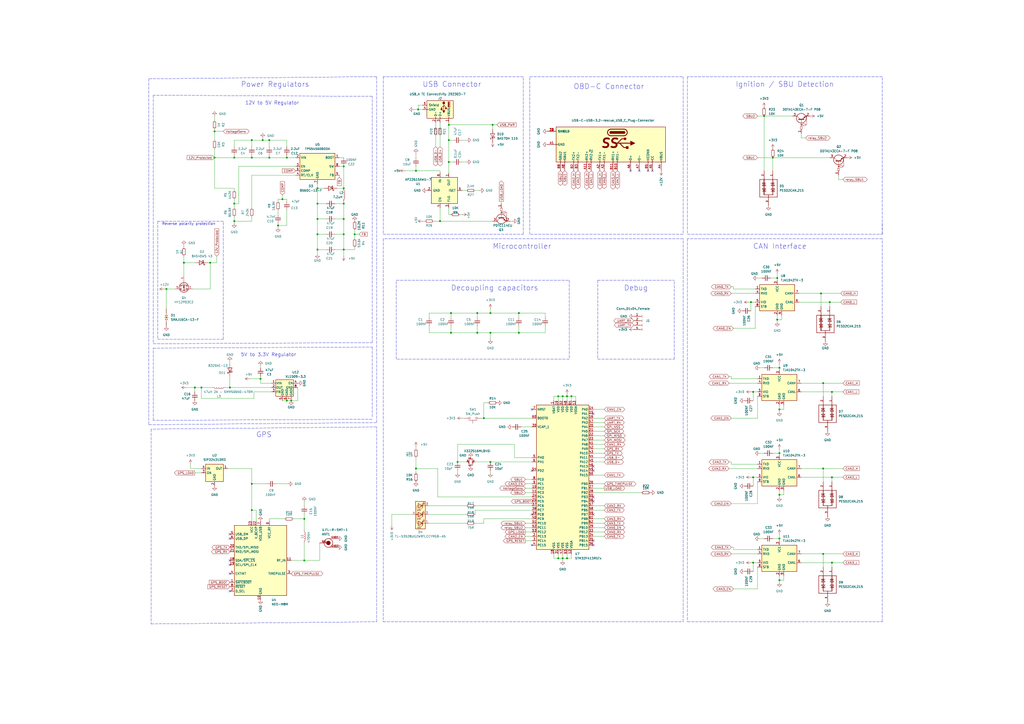
<source format=kicad_sch>
(kicad_sch (version 20211123) (generator eeschema)
  (paper "A2")
  (title_block (title "OpenPanda"))
  (junction (at 135.89 118.11))
  (junction (at 331.47 229.87))
  (junction (at 261.62 181.61))
  (junction (at 448.31 91.44))
  (junction (at 199.39 96.52))
  (junction (at 436.88 326.39))
  (junction (at 477.52 321.31))
  (junction (at 477.52 271.78))
  (junction (at 276.86 181.61))
  (junction (at 176.53 300.99))
  (junction (at 124.46 76.2))
  (junction (at 121.92 152.4))
  (junction (at 443.23 67.31))
  (junction (at 106.68 152.4))
  (junction (at 146.05 91.44))
  (junction (at 199.39 118.11))
  (junction (at 199.39 127))
  (junction (at 285.75 72.39))
  (junction (at 255.27 128.27))
  (junction (at 124.46 91.44))
  (junction (at 300.99 181.61))
  (junction (at 284.48 267.97))
  (junction (at 241.3 271.78))
  (junction (at 151.13 219.71))
  (junction (at 156.21 81.28))
  (junction (at 284.48 193.04))
  (junction (at 184.15 118.11))
  (junction (at 326.39 229.87))
  (junction (at 328.93 229.87))
  (junction (at 166.37 232.41))
  (junction (at 146.05 280.67))
  (junction (at 450.85 161.29))
  (junction (at 176.53 325.12))
  (junction (at 113.03 224.79))
  (junction (at 477.52 222.25))
  (junction (at 163.83 115.57))
  (junction (at 280.67 242.57))
  (junction (at 452.12 262.89))
  (junction (at 161.29 130.81))
  (junction (at 261.62 193.04))
  (junction (at 135.89 91.44))
  (junction (at 166.37 91.44))
  (junction (at 452.12 237.49))
  (junction (at 436.88 227.33))
  (junction (at 184.15 127))
  (junction (at 241.3 99.06))
  (junction (at 328.93 323.85))
  (junction (at 482.6 326.39))
  (junction (at 435.61 175.26))
  (junction (at 452.12 312.42))
  (junction (at 260.35 81.28))
  (junction (at 265.43 267.97))
  (junction (at 199.39 109.22))
  (junction (at 116.84 224.79))
  (junction (at 284.48 181.61))
  (junction (at 260.35 72.39))
  (junction (at 450.85 185.42))
  (junction (at 476.25 170.18))
  (junction (at 436.88 276.86))
  (junction (at 152.4 81.28))
  (junction (at 323.85 229.87))
  (junction (at 199.39 135.89))
  (junction (at 133.35 224.79))
  (junction (at 276.86 193.04))
  (junction (at 482.6 276.86))
  (junction (at 452.12 336.55))
  (junction (at 326.39 323.85))
  (junction (at 199.39 144.78))
  (junction (at 168.91 232.41))
  (junction (at 156.21 91.44))
  (junction (at 452.12 213.36))
  (junction (at 205.74 135.89))
  (junction (at 146.05 295.91))
  (junction (at 135.89 128.27))
  (junction (at 482.6 227.33))
  (junction (at 146.05 81.28))
  (junction (at 323.85 323.85))
  (junction (at 452.12 287.02))
  (junction (at 242.57 63.5))
  (junction (at 184.15 135.89))
  (junction (at 96.52 167.64))
  (junction (at 184.15 109.22))
  (junction (at 481.33 175.26))
  (junction (at 300.99 193.04))
  (junction (at 184.15 144.78))
  (junction (at 260.35 93.98))
  (no_connect (at 378.46 99.06))
  (no_connect (at 344.17 313.69))
  (no_connect (at 375.92 99.06))
  (no_connect (at 365.76 99.06))
  (no_connect (at 308.61 298.45))
  (no_connect (at 370.84 99.06))
  (no_connect (at 308.61 273.05))
  (no_connect (at 133.35 342.9))
  (no_connect (at 133.35 325.12))
  (no_connect (at 133.35 327.66))
  (no_connect (at 133.35 332.74))
  (no_connect (at 133.35 312.42))
  (no_connect (at 133.35 309.88))
  (no_connect (at 344.17 240.03))
  (no_connect (at 344.17 288.29))
  (no_connect (at 344.17 290.83))
  (no_connect (at 344.17 270.51))
  (no_connect (at 344.17 273.05))
  (no_connect (at 344.17 298.45))
  (no_connect (at 308.61 237.49))
  (no_connect (at 308.61 316.23))
  (no_connect (at 344.17 316.23))
  (wire (pts (xy 284.48 193.04) (xy 284.48 196.85)))
  (wire (pts (xy 482.6 276.86) (xy 482.6 279.4)))
  (wire (pts (xy 146.05 90.17) (xy 146.05 91.44)))
  (wire (pts (xy 477.52 321.31) (xy 488.95 321.31)))
  (wire (pts (xy 166.37 232.41) (xy 168.91 232.41)))
  (wire (pts (xy 166.37 91.44) (xy 171.45 91.44)))
  (wire (pts (xy 308.61 288.29) (xy 254 288.29)))
  (wire (pts (xy 135.89 109.22) (xy 135.89 110.49)))
  (polyline (pts (xy 303.53 44.45) (xy 222.25 44.45)))
  (wire (pts (xy 255.27 100.33) (xy 255.27 99.06)))
  (wire (pts (xy 323.85 229.87) (xy 326.39 229.87)))
  (wire (pts (xy 184.15 109.22) (xy 184.15 118.11)))
  (wire (pts (xy 166.37 81.28) (xy 166.37 85.09)))
  (wire (pts (xy 184.15 118.11) (xy 189.23 118.11)))
  (wire (pts (xy 241.3 96.52) (xy 241.3 99.06)))
  (polyline (pts (xy 303.53 135.89) (xy 303.53 44.45)))
  (wire (pts (xy 298.45 265.43) (xy 308.61 265.43)))
  (polyline (pts (xy 396.24 360.68) (xy 396.24 138.43)))
  (wire (pts (xy 125.73 148.59) (xy 125.73 152.4)))
  (wire (pts (xy 344.17 247.65) (xy 350.52 247.65)))
  (wire (pts (xy 133.35 210.82) (xy 133.35 209.55)))
  (wire (pts (xy 255.27 71.12) (xy 255.27 73.66)))
  (wire (pts (xy 146.05 295.91) (xy 146.05 302.26)))
  (wire (pts (xy 482.6 227.33) (xy 488.95 227.33)))
  (wire (pts (xy 304.8 280.67) (xy 308.61 280.67)))
  (wire (pts (xy 308.61 300.99) (xy 280.67 300.99)))
  (wire (pts (xy 106.68 152.4) (xy 106.68 160.02)))
  (wire (pts (xy 448.31 262.89) (xy 452.12 262.89)))
  (wire (pts (xy 425.45 166.37) (xy 424.18 166.37)))
  (wire (pts (xy 260.35 81.28) (xy 262.89 81.28)))
  (polyline (pts (xy 398.78 360.68) (xy 511.81 360.68)))
  (polyline (pts (xy 91.44 128.27) (xy 91.44 196.85)))
  (wire (pts (xy 106.68 152.4) (xy 113.03 152.4)))
  (polyline (pts (xy 88.9 55.245) (xy 88.9 199.39)))
  (wire (pts (xy 166.37 115.57) (xy 166.37 116.84)))
  (wire (pts (xy 439.42 91.44) (xy 448.31 91.44)))
  (wire (pts (xy 328.93 228.6) (xy 328.93 229.87)))
  (wire (pts (xy 242.57 63.5) (xy 245.11 63.5)))
  (wire (pts (xy 344.17 308.61) (xy 350.52 308.61)))
  (wire (pts (xy 452.12 213.36) (xy 452.12 214.63)))
  (polyline (pts (xy 511.81 129.54) (xy 511.81 135.89)))
  (wire (pts (xy 275.59 295.91) (xy 308.61 295.91)))
  (wire (pts (xy 284.48 267.97) (xy 308.61 267.97)))
  (wire (pts (xy 452.12 262.89) (xy 452.12 264.16)))
  (wire (pts (xy 151.13 218.44) (xy 151.13 219.71)))
  (wire (pts (xy 304.8 285.75) (xy 308.61 285.75)))
  (polyline (pts (xy 307.34 44.45) (xy 396.24 44.45)))
  (wire (pts (xy 436.88 276.86) (xy 439.42 276.86)))
  (wire (pts (xy 464.82 222.25) (xy 477.52 222.25)))
  (wire (pts (xy 199.39 135.89) (xy 199.39 144.78)))
  (wire (pts (xy 148.59 295.91) (xy 146.05 295.91)))
  (wire (pts (xy 450.85 158.75) (xy 450.85 161.29)))
  (polyline (pts (xy 88.9 243.84) (xy 88.9 201.93)))
  (wire (pts (xy 196.85 91.44) (xy 199.39 91.44)))
  (wire (pts (xy 106.68 148.59) (xy 106.68 152.4)))
  (wire (pts (xy 344.17 303.53) (xy 350.52 303.53)))
  (wire (pts (xy 251.46 128.27) (xy 255.27 128.27)))
  (wire (pts (xy 132.08 271.78) (xy 146.05 271.78)))
  (wire (pts (xy 304.8 313.69) (xy 308.61 313.69)))
  (wire (pts (xy 265.43 267.97) (xy 265.43 257.81)))
  (wire (pts (xy 205.74 144.78) (xy 199.39 144.78)))
  (wire (pts (xy 163.83 115.57) (xy 166.37 115.57)))
  (wire (pts (xy 171.45 96.52) (xy 138.43 96.52)))
  (wire (pts (xy 424.18 269.24) (xy 439.42 269.24)))
  (wire (pts (xy 184.15 109.22) (xy 187.96 109.22)))
  (wire (pts (xy 275.59 110.49) (xy 278.13 110.49)))
  (wire (pts (xy 234.95 99.06) (xy 241.3 99.06)))
  (wire (pts (xy 196.85 96.52) (xy 199.39 96.52)))
  (wire (pts (xy 96.52 167.64) (xy 96.52 179.07)))
  (wire (pts (xy 205.74 135.89) (xy 205.74 138.43)))
  (wire (pts (xy 326.39 229.87) (xy 328.93 229.87)))
  (wire (pts (xy 476.25 170.18) (xy 487.68 170.18)))
  (wire (pts (xy 194.31 118.11) (xy 199.39 118.11)))
  (wire (pts (xy 260.35 72.39) (xy 285.75 72.39)))
  (wire (pts (xy 146.05 81.28) (xy 152.4 81.28)))
  (wire (pts (xy 304.8 311.15) (xy 308.61 311.15)))
  (wire (pts (xy 425.45 318.77) (xy 425.45 317.5)))
  (wire (pts (xy 176.53 290.83) (xy 176.53 293.37)))
  (wire (pts (xy 344.17 267.97) (xy 350.52 267.97)))
  (wire (pts (xy 436.88 276.86) (xy 436.88 281.94)))
  (wire (pts (xy 124.46 86.36) (xy 124.46 91.44)))
  (wire (pts (xy 248.92 181.61) (xy 261.62 181.61)))
  (wire (pts (xy 152.4 80.01) (xy 152.4 81.28)))
  (wire (pts (xy 344.17 260.35) (xy 350.52 260.35)))
  (wire (pts (xy 422.91 271.78) (xy 439.42 271.78)))
  (polyline (pts (xy 91.44 196.85) (xy 129.54 196.85)))
  (wire (pts (xy 270.51 267.97) (xy 265.43 267.97)))
  (wire (pts (xy 280.67 233.68) (xy 280.67 242.57)))
  (wire (pts (xy 453.39 182.88) (xy 453.39 185.42)))
  (polyline (pts (xy 222.25 138.43) (xy 222.25 360.68)))
  (wire (pts (xy 344.17 285.75) (xy 372.11 285.75)))
  (wire (pts (xy 448.31 213.36) (xy 452.12 213.36)))
  (wire (pts (xy 260.35 93.98) (xy 260.35 100.33)))
  (wire (pts (xy 113.03 224.79) (xy 113.03 227.33)))
  (wire (pts (xy 321.31 323.85) (xy 323.85 323.85)))
  (polyline (pts (xy 222.25 360.68) (xy 396.24 360.68)))
  (wire (pts (xy 176.53 298.45) (xy 176.53 300.99)))
  (wire (pts (xy 481.33 175.26) (xy 481.33 177.8)))
  (wire (pts (xy 116.84 224.79) (xy 123.19 224.79)))
  (wire (pts (xy 199.39 96.52) (xy 199.39 109.22)))
  (wire (pts (xy 248.92 184.15) (xy 248.92 181.61)))
  (wire (pts (xy 199.39 116.84) (xy 199.39 118.11)))
  (wire (pts (xy 452.12 237.49) (xy 452.12 238.76)))
  (wire (pts (xy 113.03 274.32) (xy 116.84 274.32)))
  (wire (pts (xy 300.99 181.61) (xy 300.99 184.15)))
  (wire (pts (xy 160.02 280.67) (xy 167.005 280.67)))
  (wire (pts (xy 144.78 219.71) (xy 151.13 219.71)))
  (wire (pts (xy 344.17 293.37) (xy 350.52 293.37)))
  (wire (pts (xy 486.41 104.14) (xy 486.41 101.6)))
  (wire (pts (xy 148.59 302.26) (xy 148.59 295.91)))
  (wire (pts (xy 467.36 80.01) (xy 464.82 80.01)))
  (wire (pts (xy 156.21 85.09) (xy 156.21 81.28)))
  (wire (pts (xy 436.88 227.33) (xy 436.88 232.41)))
  (wire (pts (xy 280.67 242.57) (xy 279.4 242.57)))
  (wire (pts (xy 443.23 67.31) (xy 459.74 67.31)))
  (wire (pts (xy 194.31 135.89) (xy 199.39 135.89)))
  (wire (pts (xy 344.17 262.89) (xy 350.52 262.89)))
  (wire (pts (xy 321.31 229.87) (xy 323.85 229.87)))
  (wire (pts (xy 107.95 224.79) (xy 113.03 224.79)))
  (polyline (pts (xy 215.9 55.88) (xy 88.9 55.245)))
  (wire (pts (xy 248.92 298.45) (xy 270.51 298.45)))
  (wire (pts (xy 241.3 271.78) (xy 241.3 274.32)))
  (wire (pts (xy 323.85 321.31) (xy 323.85 323.85)))
  (wire (pts (xy 316.23 189.23) (xy 316.23 193.04)))
  (polyline (pts (xy 330.2 162.56) (xy 330.2 208.28)))
  (wire (pts (xy 96.52 167.64) (xy 101.6 167.64)))
  (wire (pts (xy 344.17 245.11) (xy 350.52 245.11)))
  (wire (pts (xy 284.48 181.61) (xy 300.99 181.61)))
  (wire (pts (xy 124.46 91.44) (xy 135.89 91.44)))
  (wire (pts (xy 157.48 227.33) (xy 147.32 227.33)))
  (wire (pts (xy 452.12 312.42) (xy 452.12 313.69)))
  (wire (pts (xy 454.66 334.01) (xy 454.66 336.55)))
  (polyline (pts (xy 86.36 246.38) (xy 218.44 245.11)))
  (polyline (pts (xy 88.9 201.93) (xy 215.9 201.295)))
  (wire (pts (xy 344.17 237.49) (xy 350.52 237.49)))
  (wire (pts (xy 439.42 229.87) (xy 439.42 242.57)))
  (wire (pts (xy 267.97 81.28) (xy 270.51 81.28)))
  (wire (pts (xy 454.66 284.48) (xy 454.66 287.02)))
  (wire (pts (xy 280.67 300.99) (xy 280.67 303.53)))
  (wire (pts (xy 199.39 144.78) (xy 199.39 148.59)))
  (wire (pts (xy 328.93 229.87) (xy 331.47 229.87)))
  (polyline (pts (xy 346.71 208.28) (xy 391.16 208.28)))
  (wire (pts (xy 334.01 232.41) (xy 334.01 229.87)))
  (wire (pts (xy 267.97 110.49) (xy 270.51 110.49)))
  (wire (pts (xy 448.31 91.44) (xy 448.31 99.06)))
  (wire (pts (xy 450.85 182.88) (xy 450.85 185.42)))
  (wire (pts (xy 464.82 271.78) (xy 477.52 271.78)))
  (wire (pts (xy 439.42 341.63) (xy 439.42 328.93)))
  (wire (pts (xy 138.43 118.11) (xy 135.89 118.11)))
  (wire (pts (xy 255.27 120.65) (xy 255.27 128.27)))
  (wire (pts (xy 265.43 274.32) (xy 265.43 273.05)))
  (polyline (pts (xy 346.71 162.56) (xy 391.16 162.56)))
  (wire (pts (xy 290.83 116.84) (xy 290.83 118.11)))
  (wire (pts (xy 147.32 231.14) (xy 116.84 231.14)))
  (wire (pts (xy 121.92 152.4) (xy 121.92 167.64)))
  (wire (pts (xy 135.89 129.54) (xy 135.89 128.27)))
  (wire (pts (xy 275.59 303.53) (xy 280.67 303.53)))
  (wire (pts (xy 124.46 91.44) (xy 124.46 109.22)))
  (polyline (pts (xy 229.87 208.28) (xy 229.87 162.56)))
  (wire (pts (xy 241.3 99.06) (xy 255.27 99.06)))
  (wire (pts (xy 425.45 190.5) (xy 438.15 190.5)))
  (wire (pts (xy 344.17 311.15) (xy 350.52 311.15)))
  (wire (pts (xy 151.13 222.25) (xy 157.48 222.25)))
  (wire (pts (xy 477.52 321.31) (xy 477.52 328.93)))
  (wire (pts (xy 172.72 232.41) (xy 168.91 232.41)))
  (wire (pts (xy 344.17 250.19) (xy 350.52 250.19)))
  (polyline (pts (xy 511.81 44.45) (xy 398.78 44.45)))
  (wire (pts (xy 334.01 229.87) (xy 331.47 229.87)))
  (wire (pts (xy 481.33 175.26) (xy 487.68 175.26)))
  (wire (pts (xy 248.92 293.37) (xy 270.51 293.37)))
  (wire (pts (xy 166.37 130.81) (xy 166.37 121.92)))
  (wire (pts (xy 439.42 161.29) (xy 441.96 161.29)))
  (wire (pts (xy 482.6 276.86) (xy 488.95 276.86)))
  (polyline (pts (xy 215.9 243.205) (xy 88.9 243.84)))
  (wire (pts (xy 205.74 143.51) (xy 205.74 144.78)))
  (wire (pts (xy 276.86 193.04) (xy 284.48 193.04)))
  (wire (pts (xy 425.45 167.64) (xy 438.15 167.64)))
  (wire (pts (xy 176.53 325.12) (xy 185.42 325.12)))
  (wire (pts (xy 176.53 314.96) (xy 176.53 325.12)))
  (wire (pts (xy 135.89 85.09) (xy 135.89 81.28)))
  (wire (pts (xy 248.92 303.53) (xy 270.51 303.53)))
  (polyline (pts (xy 215.9 201.295) (xy 215.9 241.935)))
  (polyline (pts (xy 511.81 135.89) (xy 511.81 44.45)))
  (wire (pts (xy 304.8 306.07) (xy 308.61 306.07)))
  (wire (pts (xy 199.39 127) (xy 199.39 135.89)))
  (wire (pts (xy 166.37 90.17) (xy 166.37 91.44)))
  (wire (pts (xy 260.35 72.39) (xy 260.35 81.28)))
  (wire (pts (xy 344.17 306.07) (xy 350.52 306.07)))
  (wire (pts (xy 295.91 128.27) (xy 297.18 128.27)))
  (wire (pts (xy 344.17 275.59) (xy 350.52 275.59)))
  (wire (pts (xy 124.46 76.2) (xy 124.46 81.28)))
  (wire (pts (xy 205.74 135.89) (xy 208.28 135.89)))
  (wire (pts (xy 146.05 101.6) (xy 171.45 101.6)))
  (wire (pts (xy 184.15 127) (xy 184.15 135.89)))
  (wire (pts (xy 425.45 318.77) (xy 439.42 318.77)))
  (wire (pts (xy 161.29 130.81) (xy 161.29 132.08)))
  (polyline (pts (xy 129.54 196.85) (xy 129.54 128.27)))
  (polyline (pts (xy 218.44 360.68) (xy 218.44 247.65)))
  (wire (pts (xy 435.61 276.86) (xy 436.88 276.86)))
  (wire (pts (xy 450.85 161.29) (xy 450.85 162.56)))
  (wire (pts (xy 151.13 212.09) (xy 151.13 213.36)))
  (wire (pts (xy 452.12 336.55) (xy 452.12 337.82)))
  (wire (pts (xy 304.8 283.21) (xy 308.61 283.21)))
  (polyline (pts (xy 88.9 199.39) (xy 215.9 198.755)))
  (wire (pts (xy 252.73 78.74) (xy 252.73 85.09)))
  (wire (pts (xy 331.47 323.85) (xy 328.93 323.85)))
  (wire (pts (xy 284.48 274.32) (xy 284.48 273.05)))
  (wire (pts (xy 163.83 113.03) (xy 163.83 115.57)))
  (wire (pts (xy 440.69 213.36) (xy 443.23 213.36)))
  (wire (pts (xy 146.05 91.44) (xy 156.21 91.44)))
  (polyline (pts (xy 346.71 162.56) (xy 346.71 208.28)))
  (polyline (pts (xy 396.24 138.43) (xy 222.25 138.43)))
  (wire (pts (xy 463.55 175.26) (xy 481.33 175.26)))
  (wire (pts (xy 156.21 91.44) (xy 166.37 91.44)))
  (wire (pts (xy 121.92 152.4) (xy 120.65 152.4)))
  (wire (pts (xy 328.93 323.85) (xy 326.39 323.85)))
  (wire (pts (xy 156.21 90.17) (xy 156.21 91.44)))
  (polyline (pts (xy 398.78 138.43) (xy 398.78 360.68)))
  (wire (pts (xy 241.3 88.9) (xy 241.3 91.44)))
  (wire (pts (xy 260.35 81.28) (xy 260.35 93.98)))
  (wire (pts (xy 275.59 295.91) (xy 275.59 298.45)))
  (polyline (pts (xy 222.25 44.45) (xy 222.25 135.89)))
  (wire (pts (xy 284.48 193.04) (xy 300.99 193.04)))
  (wire (pts (xy 194.31 144.78) (xy 199.39 144.78)))
  (wire (pts (xy 321.31 232.41) (xy 321.31 229.87)))
  (wire (pts (xy 260.35 120.65) (xy 260.35 124.46)))
  (polyline (pts (xy 330.2 208.28) (xy 229.87 208.28)))
  (wire (pts (xy 133.35 224.79) (xy 157.48 224.79)))
  (wire (pts (xy 260.35 124.46) (xy 261.62 124.46)))
  (polyline (pts (xy 511.81 138.43) (xy 398.78 138.43)))
  (wire (pts (xy 124.46 67.31) (xy 124.46 69.85)))
  (wire (pts (xy 452.12 309.88) (xy 452.12 312.42)))
  (wire (pts (xy 464.82 321.31) (xy 477.52 321.31)))
  (wire (pts (xy 194.31 127) (xy 199.39 127)))
  (wire (pts (xy 184.15 144.78) (xy 189.23 144.78)))
  (wire (pts (xy 304.8 303.53) (xy 308.61 303.53)))
  (wire (pts (xy 344.17 265.43) (xy 350.52 265.43)))
  (wire (pts (xy 424.18 267.97) (xy 422.91 267.97)))
  (wire (pts (xy 463.55 170.18) (xy 476.25 170.18)))
  (wire (pts (xy 276.86 181.61) (xy 284.48 181.61)))
  (polyline (pts (xy 87.63 361.95) (xy 218.44 360.68)))
  (polyline (pts (xy 218.44 247.65) (xy 87.63 248.92)))
  (wire (pts (xy 205.74 133.35) (xy 205.74 135.89)))
  (polyline (pts (xy 398.78 44.45) (xy 398.78 135.89)))
  (polyline (pts (xy 87.63 248.92) (xy 87.63 361.95)))
  (wire (pts (xy 113.03 224.79) (xy 116.84 224.79)))
  (wire (pts (xy 261.62 181.61) (xy 276.86 181.61)))
  (wire (pts (xy 424.18 321.31) (xy 439.42 321.31)))
  (wire (pts (xy 422.91 222.25) (xy 439.42 222.25)))
  (wire (pts (xy 448.31 91.44) (xy 481.33 91.44)))
  (wire (pts (xy 156.21 81.28) (xy 166.37 81.28)))
  (wire (pts (xy 454.66 234.95) (xy 454.66 237.49)))
  (wire (pts (xy 300.99 189.23) (xy 300.99 193.04)))
  (wire (pts (xy 482.6 227.33) (xy 482.6 229.87)))
  (wire (pts (xy 482.6 326.39) (xy 488.95 326.39)))
  (wire (pts (xy 464.82 227.33) (xy 482.6 227.33)))
  (wire (pts (xy 184.15 118.11) (xy 184.15 127)))
  (wire (pts (xy 302.26 247.65) (xy 308.61 247.65)))
  (wire (pts (xy 146.05 280.67) (xy 146.05 295.91)))
  (wire (pts (xy 163.83 232.41) (xy 166.37 232.41)))
  (wire (pts (xy 184.15 144.78) (xy 184.15 147.32)))
  (polyline (pts (xy 307.34 135.89) (xy 307.34 44.45)))
  (wire (pts (xy 106.68 142.24) (xy 106.68 143.51)))
  (wire (pts (xy 316.23 184.15) (xy 316.23 181.61)))
  (wire (pts (xy 124.46 109.22) (xy 135.89 109.22)))
  (wire (pts (xy 261.62 184.15) (xy 261.62 181.61)))
  (wire (pts (xy 435.61 227.33) (xy 436.88 227.33)))
  (wire (pts (xy 424.18 218.44) (xy 422.91 218.44)))
  (wire (pts (xy 245.11 128.27) (xy 246.38 128.27)))
  (wire (pts (xy 152.4 81.28) (xy 156.21 81.28)))
  (polyline (pts (xy 391.16 208.28) (xy 391.16 162.56)))
  (wire (pts (xy 326.39 321.31) (xy 326.39 323.85)))
  (wire (pts (xy 255.27 128.27) (xy 285.75 128.27)))
  (wire (pts (xy 248.92 189.23) (xy 248.92 193.04)))
  (wire (pts (xy 135.89 81.28) (xy 146.05 81.28)))
  (wire (pts (xy 124.46 74.93) (xy 124.46 76.2)))
  (wire (pts (xy 439.42 292.1) (xy 439.42 279.4)))
  (wire (pts (xy 436.88 326.39) (xy 439.42 326.39)))
  (polyline (pts (xy 129.54 128.27) (xy 91.44 128.27)))
  (wire (pts (xy 184.15 127) (xy 189.23 127)))
  (wire (pts (xy 435.61 326.39) (xy 436.88 326.39)))
  (wire (pts (xy 161.29 130.81) (xy 166.37 130.81)))
  (wire (pts (xy 425.45 167.64) (xy 425.45 166.37)))
  (wire (pts (xy 135.89 91.44) (xy 146.05 91.44)))
  (polyline (pts (xy 218.44 44.45) (xy 86.36 45.72)))
  (wire (pts (xy 185.42 314.96) (xy 185.42 325.12)))
  (wire (pts (xy 452.12 336.55) (xy 454.66 336.55)))
  (wire (pts (xy 331.47 232.41) (xy 331.47 229.87)))
  (wire (pts (xy 344.17 255.27) (xy 350.52 255.27)))
  (wire (pts (xy 267.97 124.46) (xy 266.7 124.46)))
  (wire (pts (xy 304.8 278.13) (xy 308.61 278.13)))
  (wire (pts (xy 275.59 293.37) (xy 308.61 293.37)))
  (wire (pts (xy 110.49 271.78) (xy 116.84 271.78)))
  (wire (pts (xy 344.17 257.81) (xy 350.52 257.81)))
  (wire (pts (xy 227.33 298.45) (xy 227.33 304.8)))
  (wire (pts (xy 350.52 242.57) (xy 344.17 242.57)))
  (wire (pts (xy 482.6 326.39) (xy 482.6 328.93)))
  (wire (pts (xy 300.99 193.04) (xy 316.23 193.04)))
  (wire (pts (xy 146.05 81.28) (xy 146.05 85.09)))
  (wire (pts (xy 196.85 101.6) (xy 196.85 102.87)))
  (wire (pts (xy 434.34 175.26) (xy 435.61 175.26)))
  (wire (pts (xy 304.8 308.61) (xy 308.61 308.61)))
  (wire (pts (xy 439.42 67.31) (xy 443.23 67.31)))
  (polyline (pts (xy 229.87 162.56) (xy 330.2 162.56)))
  (wire (pts (xy 146.05 120.65) (xy 146.05 101.6)))
  (wire (pts (xy 254 288.29) (xy 254 271.78)))
  (wire (pts (xy 298.45 257.81) (xy 298.45 265.43)))
  (wire (pts (xy 135.89 128.27) (xy 146.05 128.27)))
  (wire (pts (xy 260.35 71.12) (xy 260.35 72.39)))
  (wire (pts (xy 300.99 181.61) (xy 316.23 181.61)))
  (wire (pts (xy 331.47 321.31) (xy 331.47 323.85)))
  (wire (pts (xy 452.12 260.35) (xy 452.12 262.89)))
  (wire (pts (xy 146.05 280.67) (xy 154.94 280.67)))
  (wire (pts (xy 323.85 232.41) (xy 323.85 229.87)))
  (wire (pts (xy 328.93 321.31) (xy 328.93 323.85)))
  (wire (pts (xy 199.39 118.11) (xy 199.39 127)))
  (wire (pts (xy 454.66 237.49) (xy 452.12 237.49)))
  (wire (pts (xy 285.75 72.39) (xy 288.29 72.39)))
  (wire (pts (xy 440.69 312.42) (xy 443.23 312.42)))
  (wire (pts (xy 146.05 128.27) (xy 146.05 125.73)))
  (wire (pts (xy 477.52 222.25) (xy 488.95 222.25)))
  (wire (pts (xy 129.54 76.2) (xy 124.46 76.2)))
  (wire (pts (xy 176.53 307.34) (xy 176.53 300.99)))
  (wire (pts (xy 121.92 152.4) (xy 125.73 152.4)))
  (wire (pts (xy 464.82 276.86) (xy 482.6 276.86)))
  (wire (pts (xy 138.43 96.52) (xy 138.43 118.11)))
  (wire (pts (xy 260.35 93.98) (xy 262.89 93.98)))
  (wire (pts (xy 184.15 135.89) (xy 184.15 144.78)))
  (wire (pts (xy 130.81 224.79) (xy 133.35 224.79)))
  (wire (pts (xy 156.21 300.99) (xy 165.1 300.99)))
  (wire (pts (xy 488.95 104.14) (xy 486.41 104.14)))
  (polyline (pts (xy 398.78 135.89) (xy 511.81 135.89)))
  (wire (pts (xy 454.66 287.02) (xy 452.12 287.02)))
  (wire (pts (xy 248.92 193.04) (xy 261.62 193.04)))
  (wire (pts (xy 110.49 269.24) (xy 110.49 271.78)))
  (wire (pts (xy 439.42 219.71) (xy 424.18 219.71)))
  (wire (pts (xy 450.85 185.42) (xy 450.85 186.69)))
  (wire (pts (xy 436.88 227.33) (xy 439.42 227.33)))
  (wire (pts (xy 135.89 90.17) (xy 135.89 91.44)))
  (wire (pts (xy 452.12 210.82) (xy 452.12 213.36)))
  (wire (pts (xy 326.39 325.12) (xy 326.39 323.85)))
  (wire (pts (xy 176.53 300.99) (xy 170.18 300.99)))
  (wire (pts (xy 242.57 60.96) (xy 242.57 63.5)))
  (wire (pts (xy 452.12 287.02) (xy 452.12 288.29)))
  (wire (pts (xy 265.43 257.81) (xy 298.45 257.81)))
  (wire (pts (xy 424.18 292.1) (xy 439.42 292.1)))
  (wire (pts (xy 135.89 115.57) (xy 135.89 118.11)))
  (wire (pts (xy 323.85 323.85) (xy 326.39 323.85)))
  (wire (pts (xy 133.35 218.44) (xy 133.35 224.79)))
  (wire (pts (xy 438.15 190.5) (xy 438.15 177.8)))
  (polyline (pts (xy 222.25 135.89) (xy 303.53 135.89)))
  (wire (pts (xy 275.59 267.97) (xy 284.48 267.97)))
  (wire (pts (xy 464.82 326.39) (xy 482.6 326.39)))
  (wire (pts (xy 476.25 170.18) (xy 476.25 177.8)))
  (wire (pts (xy 172.72 224.79) (xy 172.72 232.41)))
  (wire (pts (xy 344.17 295.91) (xy 350.52 295.91)))
  (wire (pts (xy 240.03 63.5) (xy 242.57 63.5)))
  (wire (pts (xy 161.29 116.84) (xy 161.29 115.57)))
  (wire (pts (xy 146.05 271.78) (xy 146.05 280.67)))
  (wire (pts (xy 285.75 72.39) (xy 285.75 74.93)))
  (wire (pts (xy 116.84 231.14) (xy 116.84 224.79)))
  (wire (pts (xy 344.17 283.21) (xy 350.52 283.21)))
  (wire (pts (xy 280.67 242.57) (xy 308.61 242.57)))
  (wire (pts (xy 255.27 78.74) (xy 255.27 85.09)))
  (wire (pts (xy 344.17 252.73) (xy 350.52 252.73)))
  (wire (pts (xy 424.18 219.71) (xy 424.18 218.44)))
  (wire (pts (xy 245.11 60.96) (xy 242.57 60.96)))
  (wire (pts (xy 443.23 67.31) (xy 443.23 99.06)))
  (wire (pts (xy 238.76 298.45) (xy 227.33 298.45)))
  (wire (pts (xy 452.12 234.95) (xy 452.12 237.49)))
  (wire (pts (xy 168.91 325.12) (xy 176.53 325.12)))
  (wire (pts (xy 261.62 189.23) (xy 261.62 193.04)))
  (wire (pts (xy 135.89 128.27) (xy 135.89 125.73)))
  (wire (pts (xy 184.15 109.22) (xy 184.15 106.68)))
  (polyline (pts (xy 215.9 198.755) (xy 215.9 55.88)))
  (wire (pts (xy 184.15 135.89) (xy 189.23 135.89)))
  (wire (pts (xy 284.48 179.07) (xy 284.48 181.61)))
  (wire (pts (xy 424.18 170.18) (xy 438.15 170.18)))
  (wire (pts (xy 453.39 185.42) (xy 450.85 185.42)))
  (wire (pts (xy 452.12 284.48) (xy 452.12 287.02)))
  (wire (pts (xy 452.12 334.01) (xy 452.12 336.55)))
  (wire (pts (xy 328.93 229.87) (xy 328.93 232.41)))
  (wire (pts (xy 326.39 229.87) (xy 326.39 232.41)))
  (wire (pts (xy 425.45 341.63) (xy 439.42 341.63)))
  (wire (pts (xy 147.32 227.33) (xy 147.32 231.14)))
  (wire (pts (xy 425.45 317.5) (xy 424.18 317.5)))
  (wire (pts (xy 241.3 265.43) (xy 241.3 271.78)))
  (wire (pts (xy 448.31 312.42) (xy 452.12 312.42)))
  (wire (pts (xy 267.97 93.98) (xy 270.51 93.98)))
  (wire (pts (xy 464.82 80.01) (xy 464.82 77.47)))
  (wire (pts (xy 321.31 321.31) (xy 321.31 323.85)))
  (wire (pts (xy 254 271.78) (xy 241.3 271.78)))
  (wire (pts (xy 477.52 271.78) (xy 488.95 271.78)))
  (wire (pts (xy 111.76 167.64) (xy 121.92 167.64)))
  (polyline (pts (xy 396.24 44.45) (xy 396.24 135.89)))
  (wire (pts (xy 195.58 109.22) (xy 199.39 109.22)))
  (wire (pts (xy 439.42 242.57) (xy 424.18 242.57)))
  (wire (pts (xy 477.52 271.78) (xy 477.52 279.4)))
  (polyline (pts (xy 86.36 45.72) (xy 86.36 246.38)))
  (wire (pts (xy 280.67 233.68) (xy 283.21 233.68)))
  (wire (pts (xy 440.69 262.89) (xy 443.23 262.89)))
  (wire (pts (xy 477.52 222.25) (xy 477.52 229.87)))
  (polyline (pts (xy 511.81 360.68) (xy 511.81 138.43)))
  (wire (pts (xy 344.17 300.99) (xy 350.52 300.99)))
  (wire (pts (xy 267.97 242.57) (xy 269.24 242.57)))
  (wire (pts (xy 447.04 161.29) (xy 450.85 161.29)))
  (wire (pts (xy 151.13 219.71) (xy 151.13 222.25)))
  (polyline (pts (xy 218.44 245.11) (xy 218.44 44.45)))
  (wire (pts (xy 241.3 259.08) (xy 241.3 260.35)))
  (wire (pts (xy 161.29 121.92) (xy 161.29 124.46)))
  (wire (pts (xy 252.73 71.12) (xy 252.73 73.66)))
  (wire (pts (xy 424.18 269.24) (xy 424.18 267.97)))
  (wire (pts (xy 156.21 302.26) (xy 156.21 300.99)))
  (wire (pts (xy 276.86 189.23) (xy 276.86 193.04)))
  (wire (pts (xy 436.88 326.39) (xy 436.88 331.47)))
  (wire (pts (xy 276.86 181.61) (xy 276.86 184.15)))
  (wire (pts (xy 95.25 167.64) (xy 96.52 167.64)))
  (wire (pts (xy 435.61 175.26) (xy 435.61 180.34)))
  (wire (pts (xy 435.61 175.26) (xy 438.15 175.26)))
  (wire (pts (xy 261.62 193.04) (xy 276.86 193.04)))
  (wire (pts (xy 161.29 115.57) (xy 163.83 115.57)))
  (wire (pts (xy 344.17 280.67) (xy 350.52 280.67)))
  (polyline (pts (xy 396.24 135.89) (xy 307.34 135.89)))
  (wire (pts (xy 135.89 118.11) (xy 135.89 120.65)))
  (wire (pts (xy 161.29 129.54) (xy 161.29 130.81)))
  (text "USB Connector" (at 245.11 50.8 0) (effects (font (size 3 3)) (justify left bottom)))
  (text "CAN Interface" (at 436.88 144.78 0) (effects (font (size 3 3)) (justify left bottom)))
  (text "5V to 3.3V Regulator" (at 139.7 207.01 0) (effects (font (size 2 2)) (justify left bottom)))
  (text "OBD-C Connector" (at 332.74 52.07 0) (effects (font (size 3 3)) (justify left bottom)))
  (text "Decoupling capacitors" (at 261.62 168.91 0) (effects (font (size 3 3)) (justify left bottom)))
  (text "Debug" (at 361.95 168.91 0) (effects (font (size 3 3)) (justify left bottom)))
  (text "Power Regulators" (at 139.7 50.8 0) (effects (font (size 3 3)) (justify left bottom)))
  (text "12V to 5V Regulator" (at 142.24 60.96 0) (effects (font (size 2 2)) (justify left bottom)))
  (text "Microcontroller" (at 285.75 144.78 0) (effects (font (size 3 3)) (justify left bottom)))
  (text "GPS" (at 148.59 254 0) (effects (font (size 3 3)) (justify left bottom)))
  (text "Ignition / SBU Detection" (at 426.72 50.8 0) (effects (font (size 3 3)) (justify left bottom)))
  (text "Reverse polarity protection" (at 93.98 130.81 0) (effects (font (size 1.5 1.5)) (justify left bottom)))
  (global_label "USB_LOAD" (shape output) (at 350.52 283.21 0) (property "Intersheet References" "${INTERSHEET_REFS}" (effects hide)))
  (global_label "GPS_BOOT" (shape input) (at 133.35 337.82 180) (property "Intersheet References" "${INTERSHEET_REFS}" (effects hide)))
  (global_label "relay_SBU2" (shape bidirectional) (at 304.8 306.07 180) (property "Intersheet References" "${INTERSHEET_REFS}" (effects hide)))
  (global_label "CAN3_H" (shape input) (at 488.95 321.31 0) (property "Intersheet References" "${INTERSHEET_REFS}" (effects hide)))
  (global_label "SBU1" (shape bidirectional) (at 439.42 91.44 180) (property "Intersheet References" "${INTERSHEET_REFS}" (effects hide)))
  (global_label "SPI_MISO" (shape bidirectional) (at 350.52 252.73 0) (property "Intersheet References" "${INTERSHEET_REFS}" (effects hide)))
  (global_label "relay_SBU1" (shape bidirectional) (at 304.8 303.53 180) (property "Intersheet References" "${INTERSHEET_REFS}" (effects hide)))
  (global_label "CAN3_TX" (shape bidirectional) (at 350.52 303.53 0) (property "Intersheet References" "${INTERSHEET_REFS}" (effects hide)))
  (global_label "GPS_LOAD" (shape output) (at 304.8 308.61 180) (property "Intersheet References" "${INTERSHEET_REFS}" (effects hide)))
  (global_label "CAN3_TX" (shape bidirectional) (at 424.18 317.5 180) (property "Intersheet References" "${INTERSHEET_REFS}" (effects hide)))
  (global_label "CAN2_L" (shape bidirectional) (at 335.28 99.06 270) (property "Intersheet References" "${INTERSHEET_REFS}" (effects hide)))
  (global_label "CAN1_RX" (shape bidirectional) (at 350.52 257.81 0) (property "Intersheet References" "${INTERSHEET_REFS}" (effects hide)))
  (global_label "USB_D+" (shape bidirectional) (at 255.27 85.09 270) (property "Intersheet References" "${INTERSHEET_REFS}" (effects hide)))
  (global_label "CAN2_RX" (shape bidirectional) (at 422.91 271.78 180) (property "Intersheet References" "${INTERSHEET_REFS}" (effects hide)))
  (global_label "CAN1_TX" (shape bidirectional) (at 350.52 275.59 0) (property "Intersheet References" "${INTERSHEET_REFS}" (effects hide)))
  (global_label "GPS_RX" (shape bidirectional) (at 133.35 320.04 180) (property "Intersheet References" "${INTERSHEET_REFS}" (effects hide)))
  (global_label "CAN1_L" (shape input) (at 488.95 227.33 0) (property "Intersheet References" "${INTERSHEET_REFS}" (effects hide)))
  (global_label "relay_SBU1" (shape bidirectional) (at 488.95 104.14 0) (property "Intersheet References" "${INTERSHEET_REFS}" (effects hide)))
  (global_label "CAN0_RX" (shape bidirectional) (at 424.18 170.18 180) (property "Intersheet References" "${INTERSHEET_REFS}" (effects hide)))
  (global_label "FB" (shape input) (at 208.28 135.89 0) (property "Intersheet References" "${INTERSHEET_REFS}" (effects hide)))
  (global_label "USB_D-" (shape bidirectional) (at 350.52 265.43 0) (property "Intersheet References" "${INTERSHEET_REFS}" (effects hide)))
  (global_label "CAN0_H" (shape bidirectional) (at 347.98 99.06 270) (property "Intersheet References" "${INTERSHEET_REFS}" (effects hide)))
  (global_label "CAN3_EN" (shape bidirectional) (at 304.8 280.67 180) (property "Intersheet References" "${INTERSHEET_REFS}" (effects hide)))
  (global_label "CAN3_EN" (shape bidirectional) (at 425.45 341.63 180) (property "Intersheet References" "${INTERSHEET_REFS}" (effects hide)))
  (global_label "UART_RX" (shape bidirectional) (at 367.665 186.055 180) (property "Intersheet References" "${INTERSHEET_REFS}" (effects hide)))
  (global_label "CAN1_EN" (shape bidirectional) (at 424.18 242.57 180) (property "Intersheet References" "${INTERSHEET_REFS}" (effects hide)))
  (global_label "GPS_LOAD" (shape output) (at 113.03 274.32 180) (property "Intersheet References" "${INTERSHEET_REFS}" (effects hide)))
  (global_label "CAN1_H" (shape input) (at 488.95 222.25 0) (property "Intersheet References" "${INTERSHEET_REFS}" (effects hide)))
  (global_label "CAN3_RX" (shape bidirectional) (at 424.18 321.31 180) (property "Intersheet References" "${INTERSHEET_REFS}" (effects hide)))
  (global_label "SBU1" (shape bidirectional) (at 327.66 99.06 270) (property "Intersheet References" "${INTERSHEET_REFS}" (effects hide)))
  (global_label "CAN1_RX" (shape bidirectional) (at 422.91 222.25 180) (property "Intersheet References" "${INTERSHEET_REFS}" (effects hide)))
  (global_label "CAN2_EN" (shape bidirectional) (at 304.8 311.15 180) (property "Intersheet References" "${INTERSHEET_REFS}" (effects hide)))
  (global_label "CAN2_TX" (shape bidirectional) (at 422.91 267.97 180) (property "Intersheet References" "${INTERSHEET_REFS}" (effects hide)))
  (global_label "CAN2_TX" (shape bidirectional) (at 350.52 295.91 0) (property "Intersheet References" "${INTERSHEET_REFS}" (effects hide)))
  (global_label "VoltageSens" (shape bidirectional) (at 304.8 283.21 180) (property "Intersheet References" "${INTERSHEET_REFS}" (effects hide)))
  (global_label "SPI_NSS" (shape bidirectional) (at 350.52 247.65 0) (property "Intersheet References" "${INTERSHEET_REFS}" (effects hide)))
  (global_label "CAN2_H" (shape input) (at 488.95 271.78 0) (property "Intersheet References" "${INTERSHEET_REFS}" (effects hide)))
  (global_label "relay_SBU2" (shape bidirectional) (at 467.36 80.01 0) (property "Intersheet References" "${INTERSHEET_REFS}" (effects hide)))
  (global_label "CAN1_L" (shape bidirectional) (at 342.9 99.06 270) (property "Intersheet References" "${INTERSHEET_REFS}" (effects hide)))
  (global_label "SBU1" (shape bidirectional) (at 304.8 278.13 180) (property "Intersheet References" "${INTERSHEET_REFS}" (effects hide)))
  (global_label "USB_LOAD" (shape output) (at 290.83 116.84 90) (property "Intersheet References" "${INTERSHEET_REFS}" (effects hide)))
  (global_label "GPS_TX" (shape bidirectional) (at 350.52 262.89 0) (property "Intersheet References" "${INTERSHEET_REFS}" (effects hide)))
  (global_label "UART_RX" (shape bidirectional) (at 350.52 245.11 0) (property "Intersheet References" "${INTERSHEET_REFS}" (effects hide)))
  (global_label "CAN0_RX" (shape bidirectional) (at 350.52 308.61 0) (property "Intersheet References" "${INTERSHEET_REFS}" (effects hide)))
  (global_label "GPS_RESET" (shape input) (at 133.35 340.36 180) (property "Intersheet References" "${INTERSHEET_REFS}" (effects hide)))
  (global_label "COMP" (shape input) (at 171.45 99.06 180) (property "Intersheet References" "${INTERSHEET_REFS}" (effects hide)))
  (global_label "CAN2_EN" (shape bidirectional) (at 424.18 292.1 180) (property "Intersheet References" "${INTERSHEET_REFS}" (effects hide)))
  (global_label "COMP" (shape input) (at 163.83 113.03 90) (property "Intersheet References" "${INTERSHEET_REFS}" (effects hide)))
  (global_label "CAN1_EN" (shape bidirectional) (at 350.52 237.49 0) (property "Intersheet References" "${INTERSHEET_REFS}" (effects hide)))
  (global_label "CAN0_TX" (shape bidirectional) (at 350.52 311.15 0) (property "Intersheet References" "${INTERSHEET_REFS}" (effects hide)))
  (global_label "SBU2" (shape bidirectional) (at 439.42 67.31 180) (property "Intersheet References" "${INTERSHEET_REFS}" (effects hide)))
  (global_label "CAN3_L" (shape bidirectional) (at 358.14 99.06 270) (property "Intersheet References" "${INTERSHEET_REFS}" (effects hide)))
  (global_label "CAN3_H" (shape bidirectional) (at 355.6 99.06 270) (property "Intersheet References" "${INTERSHEET_REFS}" (effects hide)))
  (global_label "CAN2_L" (shape input) (at 488.95 276.86 0) (property "Intersheet References" "${INTERSHEET_REFS}" (effects hide)))
  (global_label "UART_TX" (shape bidirectional) (at 367.665 188.595 180) (property "Intersheet References" "${INTERSHEET_REFS}" (effects hide)))
  (global_label "GPS_TIMEPULSE" (shape bidirectional) (at 350.52 280.67 0) (property "Intersheet References" "${INTERSHEET_REFS}" (effects hide)))
  (global_label "CAN0_EN" (shape bidirectional) (at 425.45 190.5 180) (property "Intersheet References" "${INTERSHEET_REFS}" (effects hide)))
  (global_label "GPS_BOOT" (shape output) (at 308.61 290.83 180) (property "Intersheet References" "${INTERSHEET_REFS}" (effects hide)))
  (global_label "CAN0_H" (shape input) (at 487.68 170.18 0) (property "Intersheet References" "${INTERSHEET_REFS}" (effects hide)))
  (global_label "GPS_TIMEPULSE" (shape bidirectional) (at 168.91 332.74 0) (property "Intersheet References" "${INTERSHEET_REFS}" (effects hide)))
  (global_label "CAN0_TX" (shape bidirectional) (at 424.18 166.37 180) (property "Intersheet References" "${INTERSHEET_REFS}" (effects hide)))
  (global_label "GPS_RX" (shape bidirectional) (at 350.52 260.35 0) (property "Intersheet References" "${INTERSHEET_REFS}" (effects hide)))
  (global_label "UART_TX" (shape bidirectional) (at 350.52 242.57 0) (property "Intersheet References" "${INTERSHEET_REFS}" (effects hide)))
  (global_label "VoltageSens" (shape bidirectional) (at 129.54 76.2 0) (property "Intersheet References" "${INTERSHEET_REFS}" (effects hide)))
  (global_label "SPI_SCK" (shape bidirectional) (at 350.52 250.19 0) (property "Intersheet References" "${INTERSHEET_REFS}" (effects hide)))
  (global_label "CAN2_H" (shape bidirectional) (at 332.74 99.06 270) (property "Intersheet References" "${INTERSHEET_REFS}" (effects hide)))
  (global_label "CAN0_L" (shape bidirectional) (at 350.52 99.06 270) (property "Intersheet References" "${INTERSHEET_REFS}" (effects hide)))
  (global_label "CAN0_EN" (shape bidirectional) (at 350.52 306.07 0) (property "Intersheet References" "${INTERSHEET_REFS}" (effects hide)))
  (global_label "CAN3_RX" (shape bidirectional) (at 350.52 300.99 0) (property "Intersheet References" "${INTERSHEET_REFS}" (effects hide)))
  (global_label "SBU2" (shape bidirectional) (at 304.8 285.75 180) (property "Intersheet References" "${INTERSHEET_REFS}" (effects hide)))
  (global_label "USB_PWR" (shape input) (at 288.29 72.39 0) (property "Intersheet References" "${INTERSHEET_REFS}" (effects hide)))
  (global_label "CAN1_H" (shape bidirectional) (at 340.36 99.06 270) (property "Intersheet References" "${INTERSHEET_REFS}" (effects hide)))
  (global_label "GPS_TX" (shape bidirectional) (at 133.35 317.5 180) (property "Intersheet References" "${INTERSHEET_REFS}" (effects hide)))
  (global_label "12V_Protected" (shape input) (at 125.73 148.59 90) (property "Intersheet References" "${INTERSHEET_REFS}" (effects hide)))
  (global_label "CAN1_TX" (shape bidirectional) (at 422.91 218.44 180) (property "Intersheet References" "${INTERSHEET_REFS}" (effects hide)))
  (global_label "GPS_RESET" (shape output) (at 304.8 313.69 180) (property "Intersheet References" "${INTERSHEET_REFS}" (effects hide)))
  (global_label "12V_Protected" (shape input) (at 124.46 91.44 180) (property "Intersheet References" "${INTERSHEET_REFS}" (effects hide)))
  (global_label "FB" (shape input) (at 196.85 102.87 270) (property "Intersheet References" "${INTERSHEET_REFS}" (effects hide)))
  (global_label "SBU2" (shape bidirectional) (at 325.12 99.06 270) (property "Intersheet References" "${INTERSHEET_REFS}" (effects hide)))
  (global_label "CAN0_L" (shape input) (at 487.68 175.26 0) (property "Intersheet References" "${INTERSHEET_REFS}" (effects hide)))
  (global_label "CAN3_L" (shape input) (at 488.95 326.39 0) (property "Intersheet References" "${INTERSHEET_REFS}" (effects hide)))
  (global_label "SPI_MOSI" (shape bidirectional) (at 350.52 255.27 0) (property "Intersheet References" "${INTERSHEET_REFS}" (effects hide)))
  (global_label "USB_D-" (shape bidirectional) (at 252.73 85.09 270) (property "Intersheet References" "${INTERSHEET_REFS}" (effects hide)))
  (global_label "CAN2_RX" (shape bidirectional) (at 350.52 293.37 0) (property "Intersheet References" "${INTERSHEET_REFS}" (effects hide)))
  (global_label "USB_D+" (shape bidirectional) (at 350.52 267.97 0) (property "Intersheet References" "${INTERSHEET_REFS}" (effects hide)))
  (symbol (lib_id "Device:C_Small") (at 166.37 119.38 180) (unit 1)
    (property "Reference" "C13" (at 172.72 120.65 0) (effects (justify left)))
    (property "Value" "47pF" (at 173.99 116.84 0) (effects (justify left)))
    (property "Footprint" "Capacitor_SMD:C_0603_1608Metric" (effects hide))
  )
  (symbol (lib_id "Device:C_Small") (at 191.77 135.89 90) (unit 1)
    (property "Reference" "C20" (at 193.04 140.97 90) (effects (justify left)))
    (property "Value" "47uF" (at 194.31 138.43 90) (effects (justify left)))
    (property "Footprint" "Capacitor_SMD:C_0805_2012Metric" (effects hide))
    (property "Note" "100V Ceramic X5R" (effects hide))
  )
  (symbol (lib_id "power:GND") (at 265.43 274.32 0) (unit 1)
    (property "Reference" "#PWR0172" (effects hide))
    (property "Value" "GND" (at 265.43 279.4 0))
  )
  (symbol (lib_id "Device:R_Small") (at 205.74 130.81 0) (unit 1)
    (property "Reference" "R11" (at 210.82 130.81 90))
    (property "Value" "10.2K" (at 208.28 130.81 90))
    (property "Footprint" "Resistor_SMD:R_0402_1005Metric" (effects hide))
  )
  (symbol (lib_id "Interface_CAN_LIN:TJA1042TK-3") (at 450.85 172.72 0) (unit 1)
    (property "Reference" "U8" (at 452.8694 160.02 0) (effects (justify left)))
    (property "Value" "TJA1042TK-3" (at 452.8694 162.56 0) (effects (justify left)))
    (property "Footprint" "Package_DFN_QFN:DFN-8-1EP_3x3mm_P0.65mm_EP1.55x2.4mm" (effects hide))
    (property "Datasheet" "http://www.nxp.com/documents/data_sheet/TJA1042.pdf" (effects hide))
  )
  (symbol (lib_id "Connector:USB_A") (at 255.27 63.5 270) (unit 1)
    (property "Reference" "J2" (at 254 57.15 90) (effects (justify left)))
    (property "Value" "USB_A TE Connectivity 292303-7 " (at 237.49 54.61 90) (effects (justify left)))
    (property "Footprint" "Connector_USB:USB_A_TE_292303-7_Horizontal" (effects hide))
    (property "Datasheet" "https://www.mouser.de/datasheet/2/418/8/ENG_CD_292303_G-2061349.pdf" (effects hide))
  )
  (symbol (lib_id "Device:C_Small") (at 284.48 270.51 0) (unit 1)
    (property "Reference" "C24" (at 287.02 269.2462 0) (effects (justify left)))
    (property "Value" "10pF" (at 287.02 271.7862 0) (effects (justify left)))
    (property "Footprint" "Capacitor_SMD:C_0402_1005Metric" (effects hide))
  )
  (symbol (lib_id "power:GND") (at 439.42 161.29 270) (unit 1)
    (property "Reference" "#PWR0113" (effects hide))
    (property "Value" "GND" (at 435.61 158.75 90) (effects (justify left)))
  )
  (symbol (lib_id "power:GND") (at 326.39 325.12 0) (unit 1)
    (property "Reference" "#PWR0163" (effects hide))
    (property "Value" "GND" (at 326.39 330.2 0))
  )
  (symbol (lib_id "Interface_CAN_LIN:TJA1042TK-3") (at 452.12 274.32 0) (unit 1)
    (property "Reference" "U10" (at 454.1394 261.62 0) (effects (justify left)))
    (property "Value" "TJA1042TK-3" (at 454.1394 264.16 0) (effects (justify left)))
    (property "Footprint" "Package_DFN_QFN:DFN-8-1EP_3x3mm_P0.65mm_EP1.55x2.4mm" (effects hide))
    (property "Datasheet" "http://www.nxp.com/documents/data_sheet/TJA1042.pdf" (effects hide))
  )
  (symbol (lib_id "power:GND") (at 161.29 132.08 0) (unit 1)
    (property "Reference" "#PWR0160" (effects hide))
    (property "Value" "GND" (at 161.29 137.16 0))
  )
  (symbol (lib_id "power:GND") (at 124.46 281.94 0) (unit 1)
    (property "Reference" "#PWR0147" (effects hide))
    (property "Value" "GND" (at 124.46 287.02 0))
  )
  (symbol (lib_id "Device:C_Small") (at 445.77 262.89 90) (unit 1)
    (property "Reference" "C32" (at 445.7763 256.54 90))
    (property "Value" "100NF" (at 445.7763 259.08 90))
    (property "Footprint" "Capacitor_SMD:C_0402_1005Metric" (effects hide))
  )
  (symbol (lib_id "Device:R_Small") (at 135.89 123.19 180) (unit 1)
    (property "Reference" "R6" (at 130.81 123.19 90))
    (property "Value" "90.9R" (at 133.35 123.19 90))
    (property "Footprint" "Resistor_SMD:R_0402_1005Metric" (effects hide))
  )
  (symbol (lib_id "Device:C_Small") (at 265.43 81.28 270) (unit 1)
    (property "Reference" "C17" (at 266.7 74.93 0) (effects (justify left)))
    (property "Value" "47uF" (at 264.16 73.66 0) (effects (justify left)))
    (property "Footprint" "Capacitor_SMD:C_0805_2012Metric" (effects hide))
  )
  (symbol (lib_id "Device:C_Small") (at 176.53 295.91 180) (unit 1)
    (property "Reference" "C15" (at 180.34 294.64 90) (effects (justify left)))
    (property "Value" "100NF" (at 182.88 293.37 90) (effects (justify left)))
    (property "Footprint" "Capacitor_SMD:C_0402_1005Metric" (effects hide))
  )
  (symbol (lib_id "Device:C_Small") (at 156.21 87.63 180) (unit 1)
    (property "Reference" "C7" (at 162.56 88.9 0) (effects (justify left)))
    (property "Value" "2.2uF" (at 163.83 86.36 0) (effects (justify left)))
    (property "Footprint" "Capacitor_SMD:C_0805_2012Metric" (effects hide))
  )
  (symbol (lib_id "power:GND") (at 317.5 76.2 270) (unit 1)
    (property "Reference" "#PWR0126" (effects hide))
    (property "Value" "GND" (at 312.42 76.2 0))
  )
  (symbol (lib_id "Transistor_FET:Si7141DP") (at 106.68 165.1 90) (mirror x) (unit 1)
    (property "Reference" "Q4" (at 106.68 172.72 90))
    (property "Value" "HY12P03C2" (at 106.68 175.26 90))
    (property "Footprint" "Package_SO:PowerPAK_SO-8_Single" (effects hide))
    (property "Datasheet" "https://www.vishay.com/docs/65596/si7141dp.pdf" (effects hide))
  )
  (symbol (lib_id "power:+3.3V") (at 328.93 228.6 0) (unit 1)
    (property "Reference" "#PWR0123" (effects hide))
    (property "Value" "+3.3V" (at 328.93 223.52 0))
  )
  (symbol (lib_id "Device:C_Small") (at 199.39 93.98 180) (unit 1)
    (property "Reference" "C22" (at 205.74 95.25 0) (effects (justify left)))
    (property "Value" "100NF" (at 207.01 92.71 0) (effects (justify left)))
    (property "Footprint" "Capacitor_SMD:C_0402_1005Metric" (effects hide))
  )
  (symbol (lib_id "power:GND") (at 241.3 279.4 0) (unit 1)
    (property "Reference" "#PWR0169" (effects hide))
    (property "Value" "GND" (at 241.3 284.48 0))
  )
  (symbol (lib_id "Connector:Conn_01x04_Female") (at 372.745 186.055 0) (unit 1)
    (property "Reference" "J1" (at 374.65 186.0549 0) (effects (justify left)))
    (property "Value" "Conn_01x04_Female" (at 357.505 179.07 0) (effects (justify left)))
    (property "Footprint" "Connector_PinHeader_1.00mm:PinHeader_1x04_P1.00mm_Vertical_SMD_Pin1Left" (effects hide))
  )
  (symbol (lib_id "power:GND") (at 135.89 129.54 0) (unit 1)
    (property "Reference" "#PWR0135" (effects hide))
    (property "Value" "GND" (at 135.89 134.62 0))
  )
  (symbol (lib_id "Device:D_Schottky") (at 116.84 152.4 180) (unit 1)
    (property "Reference" "D2" (at 117.1575 146.05 0))
    (property "Value" "BAS40WS 43 " (at 117.1575 148.59 0))
    (property "Footprint" "Diode_SMD:D_SOD-323" (effects hide))
  )
  (symbol (lib_id "Device:C_Small") (at 241.3 93.98 0) (unit 1)
    (property "Reference" "C8" (at 234.95 92.71 0) (effects (justify left)))
    (property "Value" "10uF" (at 233.68 95.25 0) (effects (justify left)))
    (property "Footprint" "Capacitor_SMD:C_0402_1005Metric" (effects hide))
  )
  (symbol (lib_id "Device:R_Small") (at 124.46 83.82 0) (unit 1)
    (property "Reference" "R3" (at 129.54 83.82 90))
    (property "Value" "10K" (at 127 83.82 90))
    (property "Footprint" "Resistor_SMD:R_0402_1005Metric" (effects hide))
  )
  (symbol (lib_id "Device:L") (at 127 224.79 270) (unit 1)
    (property "Reference" "L3" (at 125.73 229.87 90) (effects (justify left)))
    (property "Value" "47uH 2A - SMMS0650-470M" (at 118.11 227.33 90) (effects (justify left)))
    (property "Footprint" "Inductor_SMD:L_6.6x7.0_H4.8" (effects hide))
    (property "JLCPCB" "C149588" (effects hide))
  )
  (symbol (lib_id "power:GND") (at 151.13 302.26 180) (unit 1)
    (property "Reference" "#PWR0148" (effects hide))
    (property "Value" "GND" (at 151.13 297.18 90))
  )
  (symbol (lib_id "power:GND") (at 317.5 83.82 270) (unit 1)
    (property "Reference" "#PWR0181" (effects hide))
    (property "Value" "GND" (at 312.42 83.82 0))
  )
  (symbol (lib_id "power:+5V") (at 285.75 82.55 180) (unit 1)
    (property "Reference" "#PWR0164" (effects hide))
    (property "Value" "+5V" (at 288.29 83.8199 0) (effects (justify right)))
  )
  (symbol (lib_id "Device:C_Small") (at 300.99 186.69 0) (unit 1)
    (property "Reference" "C11" (at 294.64 185.42 0) (effects (justify left)))
    (property "Value" "100NF" (at 293.37 187.96 0) (effects (justify left)))
    (property "Footprint" "Capacitor_SMD:C_0402_1005Metric" (effects hide))
  )
  (symbol (lib_id "power:+3.3V") (at 435.61 227.33 90) (unit 1)
    (property "Reference" "#PWR0120" (effects hide))
    (property "Value" "+3.3V" (at 431.8 227.3299 90) (effects (justify left)))
  )
  (symbol (lib_id "Device:C_Small") (at 261.62 186.69 0) (unit 1)
    (property "Reference" "C2" (at 255.27 185.42 0) (effects (justify left)))
    (property "Value" "100NF" (at 254 187.96 0) (effects (justify left)))
    (property "Footprint" "Capacitor_SMD:C_0402_1005Metric" (effects hide))
  )
  (symbol (lib_id "power:GND") (at 241.3 88.9 180) (unit 1)
    (property "Reference" "#PWR0175" (effects hide))
    (property "Value" "GND" (at 241.3 81.28 90) (effects (justify left)))
  )
  (symbol (lib_id "Device:C_Small") (at 433.07 180.34 270) (unit 1)
    (property "Reference" "C26" (at 434.3338 182.88 0) (effects (justify left)))
    (property "Value" "100NF" (at 431.7938 182.88 0) (effects (justify left)))
    (property "Footprint" "Capacitor_SMD:C_0402_1005Metric" (effects hide))
  )
  (symbol (lib_id "Regulator_Linear:XL1509-3.3") (at 165.1 224.79 0) (unit 1)
    (property "Reference" "U12" (at 171.45 215.9 0))
    (property "Value" "XL1509-3.3" (at 171.45 218.44 0))
    (property "Footprint" "Package_SO:Diodes_PSOP-8" (effects hide))
    (property "Datasheet" "https://datasheet.lcsc.com/lcsc/1809050422_XLSEMI-XL1509-5-0E1_C61063.pdf" (effects hide))
  )
  (symbol (lib_id "power:GND") (at 273.05 270.51 0) (unit 1)
    (property "Reference" "#PWR0171" (effects hide))
    (property "Value" "GND" (at 273.05 275.59 0))
  )
  (symbol (lib_id "power:GND") (at 195.58 312.42 90) (unit 1)
    (property "Reference" "#PWR01" (effects hide))
    (property "Value" "GND" (at 200.66 312.42 0))
  )
  (symbol (lib_id "PESD2CAN_215:PESD2CAN,215") (at 480.06 339.09 270) (unit 1)
    (property "Reference" "D9" (at 486.41 337.8199 90) (effects (justify left)))
    (property "Value" "PESD2CAN,215" (at 486.41 340.3599 90) (effects (justify left)))
    (property "Footprint" "BlackPanda:SOT95P230X110-3N" (effects hide))
    (property "MANUFACTURER" "NXP" (effects hide))
  )
  (symbol (lib_id "Device:C_Small") (at 299.72 247.65 270) (unit 1)
    (property "Reference" "C25" (at 302.26 250.19 90) (effects (justify left)))
    (property "Value" "100NF" (at 300.99 252.73 90) (effects (justify left)))
    (property "Footprint" "Capacitor_SMD:C_0402_1005Metric" (effects hide))
  )
  (symbol (lib_id "Device:R_Small") (at 124.46 72.39 0) (unit 1)
    (property "Reference" "R2" (at 129.54 72.39 90))
    (property "Value" "1K" (at 127 72.39 90))
    (property "Footprint" "Resistor_SMD:R_0402_1005Metric" (effects hide))
  )
  (symbol (lib_id "Device:R_Small") (at 273.05 303.53 90) (unit 1)
    (property "Reference" "R19" (at 273.05 302.26 90))
    (property "Value" "75R" (at 273.05 306.07 90))
    (property "Footprint" "Resistor_SMD:R_0402_1005Metric" (effects hide))
  )
  (symbol (lib_id "PESD2CAN_215:PESD2CAN,215") (at 445.77 109.22 270) (unit 1)
    (property "Reference" "D5" (at 452.12 107.9499 90) (effects (justify left)))
    (property "Value" "PESD2CAN,215" (at 452.12 110.4899 90) (effects (justify left)))
    (property "Footprint" "BlackPanda:SOT95P230X110-3N" (effects hide))
    (property "MANUFACTURER" "NXP" (effects hide))
  )
  (symbol (lib_id "power:+5V") (at 234.95 99.06 90) (unit 1)
    (property "Reference" "#PWR0177" (effects hide))
    (property "Value" "+5V" (at 232.41 99.06 90) (effects (justify left)))
  )
  (symbol (lib_id "Device:C_Small") (at 445.77 312.42 90) (unit 1)
    (property "Reference" "C33" (at 445.7763 306.07 90))
    (property "Value" "100NF" (at 445.7763 308.61 90))
    (property "Footprint" "Capacitor_SMD:C_0402_1005Metric" (effects hide))
  )
  (symbol (lib_id "power:GND") (at 96.52 189.23 0) (unit 1)
    (property "Reference" "#PWR0153" (effects hide))
    (property "Value" "GND" (at 96.52 194.31 0))
  )
  (symbol (lib_id "power:GND") (at 367.665 183.515 270) (unit 1)
    (property "Reference" "#PWR0122" (effects hide))
    (property "Value" "GND" (at 363.855 183.5149 90) (effects (justify right)))
  )
  (symbol (lib_id "power:GND") (at 297.18 128.27 90) (unit 1)
    (property "Reference" "#PWR0145" (effects hide))
    (property "Value" "GND" (at 300.99 130.175 0) (effects (justify left)))
  )
  (symbol (lib_id "U.FL-R-SMT-1:U.FL-R-SMT-1") (at 190.5 314.96 0) (unit 1)
    (property "Reference" "ANT1" (at 186.69 309.88 0) (effects (justify left)))
    (property "Value" "U.FL-R-SMT-1" (at 186.69 307.34 0) (effects (justify left)))
    (property "Footprint" "BlackPanda:U.FL-R-SMT-1" (effects hide))
    (property "VENDOR" "Digikey" (effects hide))
    (property "MFG" "Hirose" (effects hide))
    (property "VENDOR_PN" "H9161CT-ND" (effects hide))
    (property "COST" "$1.34" (effects hide))
    (property "PARTNUMBER" "U.FL-R-SMT(10)" (effects hide))
  )
  (symbol (lib_id "Device:C_Small") (at 113.03 229.87 0) (unit 1)
    (property "Reference" "C16" (at 106.68 228.6 0) (effects (justify left)))
    (property "Value" "47uF" (at 105.41 231.14 0) (effects (justify left)))
    (property "Footprint" "Capacitor_SMD:C_0805_2012Metric" (effects hide))
    (property "Note" "Ceramic X7R" (effects hide))
  )
  (symbol (lib_id "power:+5V") (at 452.12 309.88 0) (unit 1)
    (property "Reference" "#PWR0103" (effects hide))
    (property "Value" "+5V" (at 452.12 304.8 0))
  )
  (symbol (lib_id "power:+12V") (at 95.25 167.64 90) (unit 1)
    (property "Reference" "#PWR0162" (effects hide))
    (property "Value" "+12V" (at 92.71 165.1 90) (effects (justify right)))
  )
  (symbol (lib_id "power:+3.3V") (at 435.61 276.86 90) (unit 1)
    (property "Reference" "#PWR0116" (effects hide))
    (property "Value" "+3.3V" (at 431.8 276.8599 90) (effects (justify left)))
  )
  (symbol (lib_id "power:GND") (at 480.06 250.19 0) (unit 1)
    (property "Reference" "#PWR0141" (effects hide))
    (property "Value" "GND" (at 480.06 255.27 0))
  )
  (symbol (lib_id "power:+5V") (at 452.12 210.82 0) (unit 1)
    (property "Reference" "#PWR0134" (effects hide))
    (property "Value" "+5V" (at 452.12 205.74 0))
  )
  (symbol (lib_id "Device:R_Small") (at 264.16 124.46 270) (unit 1)
    (property "Reference" "R9" (at 264.16 123.19 90))
    (property "Value" "10K" (at 264.16 120.65 90))
    (property "Footprint" "Resistor_SMD:R_0402_1005Metric" (effects hide))
  )
  (symbol (lib_id "Device:D_Schottky") (at 191.77 109.22 180) (unit 1)
    (property "Reference" "D3" (at 180.34 107.95 0))
    (property "Value" "B560C-13-F" (at 180.34 110.49 0))
    (property "Footprint" "Diode_SMD:D_SMC" (effects hide))
  )
  (symbol (lib_id "USB-C-USB-3.2-cache:USB-C-USB-3.2-rescue_USB_C_Plug-Connector") (at 358.14 83.82 270) (unit 1)
    (property "Reference" "P1" (at 342.9 87.63 90))
    (property "Value" "USB-C-USB-3.2-rescue_USB_C_Plug-Connector" (at 355.6 69.85 90))
    (property "Footprint" "BlackPanda:TYPE-C-31-M-04" (effects hide))
    (property "Datasheet" "https://datasheet.lcsc.com/lcsc/2110151730_XKB-Connectivity-U262-241N-4BV60_C388659.pdf" (effects hide))
    (property "Note" "U262-241N-4BV60" (effects hide))
  )
  (symbol (lib_id "Device:C_Small") (at 166.37 87.63 180) (unit 1)
    (property "Reference" "C12" (at 172.72 88.9 0) (effects (justify left)))
    (property "Value" "2.2uF" (at 173.99 86.36 0) (effects (justify left)))
    (property "Footprint" "Capacitor_SMD:C_0805_2012Metric" (effects hide))
  )
  (symbol (lib_id "Device:C_Small") (at 265.43 93.98 270) (unit 1)
    (property "Reference" "C34" (at 266.7 87.63 0) (effects (justify left)))
    (property "Value" "0.1uF" (at 264.16 86.36 0) (effects (justify left)))
    (property "Footprint" "Capacitor_SMD:C_0402_1005Metric" (effects hide))
  )
  (symbol (lib_id "power:GND") (at 288.29 233.68 90) (unit 1)
    (property "Reference" "#PWR0139" (effects hide))
    (property "Value" "GND" (at 295.91 233.68 90) (effects (justify left)))
  )
  (symbol (lib_id "power:+5V") (at 469.9 67.31 270) (unit 1)
    (property "Reference" "#PWR0129" (effects hide))
    (property "Value" "+5V" (at 473.71 67.3099 90) (effects (justify left)))
  )
  (symbol (lib_id "Device:R_Small") (at 146.05 123.19 180) (unit 1)
    (property "Reference" "R7" (at 140.97 123.19 90))
    (property "Value" "243k" (at 143.51 123.19 90))
    (property "Footprint" "Resistor_SMD:R_0402_1005Metric" (effects hide))
  )
  (symbol (lib_id "power:GND") (at 176.53 290.83 180) (unit 1)
    (property "Reference" "#PWR0143" (effects hide))
    (property "Value" "GND" (at 179.07 289.5599 0) (effects (justify right)))
  )
  (symbol (lib_id "power:+3.3V") (at 367.665 191.135 90) (unit 1)
    (property "Reference" "#PWR0124" (effects hide))
    (property "Value" "+3.3V" (at 363.855 191.1349 90) (effects (justify left)))
  )
  (symbol (lib_id "Device:C_Small") (at 434.34 232.41 270) (unit 1)
    (property "Reference" "C27" (at 435.6038 234.95 0) (effects (justify left)))
    (property "Value" "100NF" (at 433.0638 234.95 0) (effects (justify left)))
    (property "Footprint" "Capacitor_SMD:C_0402_1005Metric" (effects hide))
  )
  (symbol (lib_id "Device:L") (at 199.39 113.03 0) (unit 1)
    (property "Reference" "L2" (at 196.85 111.76 0) (effects (justify left)))
    (property "Value" "7.2uH" (at 193.04 114.3 0) (effects (justify left)))
    (property "Footprint" "Inductor_SMD:L_Wuerth_WE-PDF" (effects hide))
    (property "Datasheet" "https://www.we-online.com/katalog/datasheet/7447798720.pdf" (effects hide))
  )
  (symbol (lib_id "Device:C_Small") (at 157.48 280.67 90) (unit 1)
    (property "Reference" "C9" (at 158.75 284.48 90) (effects (justify left)))
    (property "Value" "100nF" (at 160.02 287.02 90) (effects (justify left)))
    (property "Footprint" "Capacitor_SMD:C_0603_1608Metric" (effects hide))
  )
  (symbol (lib_id "Power_Management:SiP32431DR3") (at 124.46 274.32 0) (unit 1)
    (property "Reference" "U2" (at 124.46 264.16 0))
    (property "Value" "SiP32431DR3" (at 124.46 266.7 0))
    (property "Footprint" "Package_TO_SOT_SMD:SOT-363_SC-70-6" (effects hide))
    (property "Datasheet" "http://www.vishay.com.hk/docs/66597/sip32431.pdf" (effects hide))
  )
  (symbol (lib_id "Device:R_Small") (at 248.92 128.27 270) (unit 1)
    (property "Reference" "R26" (at 248.92 130.81 90))
    (property "Value" "10K" (at 248.92 125.73 90))
    (property "Footprint" "Resistor_SMD:R_0402_1005Metric" (effects hide))
  )
  (symbol (lib_id "Device:C_Small") (at 146.05 87.63 180) (unit 1)
    (property "Reference" "C6" (at 152.4 88.9 0) (effects (justify left)))
    (property "Value" "2.2uF" (at 153.67 86.36 0) (effects (justify left)))
    (property "Footprint" "Capacitor_SMD:C_0805_2012Metric" (effects hide))
  )
  (symbol (lib_id "power:GND") (at 270.51 81.28 90) (unit 1)
    (property "Reference" "#PWR0127" (effects hide))
    (property "Value" "GND" (at 278.13 81.28 90) (effects (justify left)))
  )
  (symbol (lib_id "Device:R_Small") (at 273.05 110.49 270) (unit 1)
    (property "Reference" "R27" (at 273.05 113.03 90))
    (property "Value" "2.4K" (at 273.05 107.95 90))
    (property "Footprint" "Resistor_SMD:R_0402_1005Metric" (effects hide))
  )
  (symbol (lib_id "power:+3.3V") (at 434.34 175.26 90) (unit 1)
    (property "Reference" "#PWR0112" (effects hide))
    (property "Value" "+3.3V" (at 430.53 175.2599 90) (effects (justify left)))
  )
  (symbol (lib_id "power:+5V") (at 241.3 259.08 0) (unit 1)
    (property "Reference" "#PWR0168" (effects hide))
    (property "Value" "+5V" (at 243.84 257.8099 0) (effects (justify left)))
  )
  (symbol (lib_id "power:GND") (at 151.13 347.98 0) (unit 1)
    (property "Reference" "#PWR0142" (effects hide))
    (property "Value" "GND" (at 151.13 353.06 90))
  )
  (symbol (lib_id "power:GND") (at 167.005 280.67 90) (unit 1)
    (property "Reference" "#PWR0146" (effects hide))
    (property "Value" "GND" (at 170.815 280.6699 90) (effects (justify right)))
  )
  (symbol (lib_id "power:+5V") (at 491.49 91.44 270) (unit 1)
    (property "Reference" "#PWR0130" (effects hide))
    (property "Value" "+5V" (at 495.3 91.4399 90) (effects (justify left)))
  )
  (symbol (lib_id "power:GND") (at 168.91 232.41 0) (unit 1)
    (property "Reference" "#PWR0157" (effects hide))
    (property "Value" "GND" (at 168.91 236.22 0))
  )
  (symbol (lib_id "Device:C_Small") (at 276.86 186.69 0) (unit 1)
    (property "Reference" "C5" (at 270.51 185.42 0) (effects (justify left)))
    (property "Value" "100NF" (at 269.24 187.96 0) (effects (justify left)))
    (property "Footprint" "Capacitor_SMD:C_0402_1005Metric" (effects hide))
  )
  (symbol (lib_id "Device:R_Small") (at 448.31 88.9 0) (unit 1)
    (property "Reference" "R24" (at 450.85 87.6299 0) (effects (justify left)))
    (property "Value" "10K" (at 450.85 90.1699 0) (effects (justify left)))
    (property "Footprint" "Resistor_SMD:R_0402_1005Metric" (effects hide))
  )
  (symbol (lib_id "Device:R_Small") (at 273.05 293.37 90) (unit 1)
    (property "Reference" "R17" (at 273.05 292.1 90))
    (property "Value" "15R" (at 273.05 294.64 90))
    (property "Footprint" "Resistor_SMD:R_0402_1005Metric" (effects hide))
  )
  (symbol (lib_id "power:GND") (at 270.51 93.98 90) (unit 1)
    (property "Reference" "#PWR0178" (effects hide))
    (property "Value" "GND" (at 278.13 93.98 90) (effects (justify left)))
  )
  (symbol (lib_id "Device:R_Small") (at 241.3 262.89 180) (unit 1)
    (property "Reference" "R15" (at 237.49 264.16 0))
    (property "Value" "10K" (at 237.49 262.89 0))
    (property "Footprint" "Resistor_SMD:R_0402_1005Metric" (effects hide))
  )
  (symbol (lib_id "PESD2CAN_215:PESD2CAN,215") (at 480.06 289.56 270) (unit 1)
    (property "Reference" "D8" (at 486.41 288.2899 90) (effects (justify left)))
    (property "Value" "PESD2CAN,215" (at 486.41 290.8299 90) (effects (justify left)))
    (property "Footprint" "BlackPanda:SOT95P230X110-3N" (effects hide))
    (property "MANUFACTURER" "NXP" (effects hide))
  )
  (symbol (lib_id "power:GND") (at 431.8 281.94 270) (unit 1)
    (property "Reference" "#PWR0101" (effects hide))
    (property "Value" "GND" (at 426.72 281.94 0))
  )
  (symbol (lib_id "Device:C_Small") (at 444.5 161.29 90) (unit 1)
    (property "Reference" "C30" (at 444.5063 154.94 90))
    (property "Value" "100NF" (at 444.5063 157.48 90))
    (property "Footprint" "Capacitor_SMD:C_0402_1005Metric" (effects hide))
  )
  (symbol (lib_id "power:GND") (at 480.06 299.72 0) (unit 1)
    (property "Reference" "#PWR0115" (effects hide))
    (property "Value" "GND" (at 480.06 304.8 0))
  )
  (symbol (lib_id "power:GND") (at 278.13 110.49 90) (unit 1)
    (property "Reference" "#PWR0179" (effects hide))
    (property "Value" "GND" (at 285.75 110.49 90) (effects (justify left)))
  )
  (symbol (lib_id "power:+3.3V") (at 267.97 242.57 90) (unit 1)
    (property "Reference" "#PWR0183" (effects hide))
    (property "Value" "+3.3V" (at 264.16 242.5699 90) (effects (justify left)))
  )
  (symbol (lib_id "Analog_ADC:AP22615AWU-7") (at 257.81 110.49 270) (unit 1)
    (property "Reference" "U1" (at 242.57 106.68 90))
    (property "Value" "AP22615AWU-7" (at 242.57 104.14 90))
    (property "Footprint" "Package_TO_SOT_SMD:SOT-23-6" (effects hide))
    (property "Datasheet" "https://datasheet.lcsc.com/lcsc/2108071730_Diodes-Incorporated-AP22615AWU-7_C2680357.pdf" (effects hide))
  )
  (symbol (lib_id "power:GND") (at 106.68 142.24 180) (unit 1)
    (property "Reference" "#PWR0140" (effects hide))
    (property "Value" "GND" (at 109.22 140.9699 0) (effects (justify right)))
  )
  (symbol (lib_id "power:+12V") (at 383.54 99.06 180) (unit 1)
    (property "Reference" "#PWR0128" (effects hide))
    (property "Value" "+12V" (at 383.5401 102.87 90) (effects (justify left)))
  )
  (symbol (lib_id "power:GND") (at 478.79 198.12 0) (unit 1)
    (property "Reference" "#PWR0107" (effects hide))
    (property "Value" "GND" (at 478.79 201.93 0))
  )
  (symbol (lib_id "power:GND") (at 152.4 80.01 180) (unit 1)
    (property "Reference" "#PWR0151" (effects hide))
    (property "Value" "GND" (at 154.94 78.7399 0) (effects (justify right)))
  )
  (symbol (lib_id "power:GND") (at 452.12 288.29 0) (unit 1)
    (property "Reference" "#PWR0106" (effects hide))
    (property "Value" "GND" (at 452.12 293.37 0))
  )
  (symbol (lib_id "power:GND") (at 151.13 212.09 180) (unit 1)
    (property "Reference" "#PWR0158" (effects hide))
    (property "Value" "GND" (at 153.67 210.8199 0) (effects (justify right)))
  )
  (symbol (lib_id "Device:Crystal_GND24_Small") (at 273.05 267.97 180) (unit 1)
    (property "Reference" "Y1" (at 276.86 264.16 0))
    (property "Value" "X322516MLB4SI" (at 276.86 261.62 0))
    (property "Footprint" "Crystal:Crystal_SMD_3225-4Pin_3.2x2.5mm" (effects hide))
    (property "Datasheet" "https://www.lcsc.com/product-detail/Crystals_Yangxing-Tech-X322516MLB4SI_C13738.html" (effects hide))
  )
  (symbol (lib_id "power:GND") (at 440.69 213.36 270) (unit 1)
    (property "Reference" "#PWR0133" (effects hide))
    (property "Value" "GND" (at 436.88 210.82 90) (effects (justify left)))
  )
  (symbol (lib_id "Device:Q_NPN_BEC_BRT") (at 290.83 127 90) (mirror x) (unit 1)
    (property "Reference" "Q3" (at 292.1 133.35 90) (effects (justify left)))
    (property "Value" "PDTC114EU" (at 297.18 130.81 90) (effects (justify left)))
    (property "Footprint" "Package_TO_SOT_SMD:SOT-323_SC-70" (effects hide))
    (property "Datasheet" "https://www.mouser.de/datasheet/2/916/PDTC114E_SER-2937084.pdf" (effects hide))
  )
  (symbol (lib_id "Device:C_Small") (at 434.34 331.47 270) (unit 1)
    (property "Reference" "C29" (at 435.6038 334.01 0) (effects (justify left)))
    (property "Value" "100NF" (at 433.0638 334.01 0) (effects (justify left)))
    (property "Footprint" "Capacitor_SMD:C_0402_1005Metric" (effects hide))
  )
  (symbol (lib_id "power:+3.3V") (at 107.95 224.79 90) (unit 1)
    (property "Reference" "#PWR0176" (effects hide))
    (property "Value" "+3.3V" (at 104.14 222.25 90) (effects (justify right)))
  )
  (symbol (lib_id "Interface_CAN_LIN:TJA1042TK-3") (at 452.12 323.85 0) (unit 1)
    (property "Reference" "U11" (at 454.1394 311.15 0) (effects (justify left)))
    (property "Value" "TJA1042TK-3" (at 454.1394 313.69 0) (effects (justify left)))
    (property "Footprint" "Package_DFN_QFN:DFN-8-1EP_3x3mm_P0.65mm_EP1.55x2.4mm" (effects hide))
    (property "Datasheet" "http://www.nxp.com/documents/data_sheet/TJA1042.pdf" (effects hide))
  )
  (symbol (lib_id "power:GND") (at 377.19 285.75 90) (unit 1)
    (property "Reference" "#PWR0165" (effects hide))
    (property "Value" "GND" (at 381 285.7499 90) (effects (justify right)))
  )
  (symbol (lib_id "MCU_ST_STM32F4:STM32F413RGTx") (at 326.39 275.59 0) (unit 1)
    (property "Reference" "U7" (at 333.4894 321.31 0) (effects (justify left)))
    (property "Value" "STM32F413RGTx" (at 333.4894 323.85 0) (effects (justify left)))
    (property "Footprint" "Package_QFP:LQFP-64_10x10mm_P0.5mm" (effects hide))
    (property "Datasheet" "http://www.st.com/st-web-ui/static/active/en/resource/technical/document/datasheet/DM00282249.pdf" (effects hide))
  )
  (symbol (lib_id "PESD2CAN_215:PESD2CAN,215") (at 478.79 187.96 270) (unit 1)
    (property "Reference" "D6" (at 485.14 186.6899 90) (effects (justify left)))
    (property "Value" "PESD2CAN,215" (at 485.14 189.2299 90) (effects (justify left)))
    (property "Footprint" "BlackPanda:SOT95P230X110-3N" (effects hide))
    (property "MANUFACTURER" "NXP" (effects hide))
  )
  (symbol (lib_id "Device:R_Small") (at 135.89 113.03 180) (unit 1)
    (property "Reference" "R5" (at 130.81 113.03 90))
    (property "Value" "442K" (at 133.35 113.03 90))
    (property "Footprint" "Resistor_SMD:R_0402_1005Metric" (effects hide))
  )
  (symbol (lib_id "power:GND") (at 452.12 337.82 0) (unit 1)
    (property "Reference" "#PWR0108" (effects hide))
    (property "Value" "GND" (at 452.12 342.9 0))
  )
  (symbol (lib_id "Diode:MBR1020VL") (at 285.75 78.74 90) (unit 1)
    (property "Reference" "D10" (at 288.29 77.7874 90) (effects (justify right)))
    (property "Value" "BAS70H 115" (at 288.29 80.3274 90) (effects (justify right)))
    (property "Footprint" "Diode_SMD:D_SOD-123F" (effects hide))
    (property "Datasheet" "https://www.onsemi.com/pub/Collateral/MBR1020VL-D.PDF" (effects hide))
  )
  (symbol (lib_id "power:GND") (at 430.53 180.34 270) (unit 1)
    (property "Reference" "#PWR0111" (effects hide))
    (property "Value" "GND" (at 425.45 180.34 0))
  )
  (symbol (lib_id "RF_GPS:NEO-M8M") (at 151.13 325.12 0) (unit 1)
    (property "Reference" "U4" (at 157.48 347.98 0) (effects (justify left)))
    (property "Value" "NEO-M8M" (at 157.48 350.52 0) (effects (justify left)))
    (property "Footprint" "RF_GPS:ublox_NEO" (effects hide))
    (property "Datasheet" "https://www.u-blox.com/sites/default/files/NEO-M8-FW3_DataSheet_%28UBX-15031086%29.pdf" (effects hide))
  )
  (symbol (lib_id "Device:Q_PNP_BEC_BRT") (at 486.41 92.71 90) (unit 1)
    (property "Reference" "Q2" (at 486.5878 85.09 90))
    (property "Value" "DDTA143ECA-7-F P08" (at 486.5878 87.63 90))
    (property "Footprint" "BlackPanda:SOT23-3" (effects hide))
    (property "Datasheet" "https://www.mouser.de/datasheet/2/115/DIOD_S_A0006456122_1-2542719.pdf" (effects hide))
  )
  (symbol (lib_id "power:+5V") (at 450.85 158.75 0) (unit 1)
    (property "Reference" "#PWR0114" (effects hide))
    (property "Value" "+5V" (at 450.85 153.67 0))
  )
  (symbol (lib_id "power:GND") (at 273.05 265.43 180) (unit 1)
    (property "Reference" "#PWR0166" (effects hide))
    (property "Value" "GND" (at 270.51 264.1601 0) (effects (justify left)))
  )
  (symbol (lib_id "power:GND") (at 431.8 331.47 270) (unit 1)
    (property "Reference" "#PWR0105" (effects hide))
    (property "Value" "GND" (at 426.72 331.47 0))
  )
  (symbol (lib_id "power:+3.3V") (at 435.61 326.39 90) (unit 1)
    (property "Reference" "#PWR0102" (effects hide))
    (property "Value" "+3.3V" (at 431.8 326.3899 90) (effects (justify left)))
  )
  (symbol (lib_id "power:GND") (at 440.69 262.89 270) (unit 1)
    (property "Reference" "#PWR0119" (effects hide))
    (property "Value" "GND" (at 436.88 260.35 90) (effects (justify left)))
  )
  (symbol (lib_id "power:GND") (at 480.06 349.25 0) (unit 1)
    (property "Reference" "#PWR0110" (effects hide))
    (property "Value" "GND" (at 480.06 354.33 0))
  )
  (symbol (lib_id "power:+3.3V") (at 448.31 86.36 0) (unit 1)
    (property "Reference" "#PWR0132" (effects hide))
    (property "Value" "+3.3V" (at 448.31 81.28 0))
  )
  (symbol (lib_id "power:GND") (at 247.65 110.49 270) (unit 1)
    (property "Reference" "#PWR0174" (effects hide))
    (property "Value" "GND" (at 240.03 110.49 90) (effects (justify left)))
  )
  (symbol (lib_id "Device:L") (at 176.53 311.15 0) (unit 1)
    (property "Reference" "L1" (at 175.26 312.42 90) (effects (justify left)))
    (property "Value" "470NH" (at 179.07 314.96 90) (effects (justify left)))
    (property "Footprint" "Inductor_SMD:L_0603_1608Metric" (effects hide))
  )
  (symbol (lib_id "Device:R_Small") (at 106.68 146.05 0) (unit 1)
    (property "Reference" "R1" (at 105.41 146.05 90))
    (property "Value" "1K" (at 102.87 146.05 90))
    (property "Footprint" "Resistor_SMD:R_0402_1005Metric" (effects hide))
  )
  (symbol (lib_id "Device:C_Small") (at 191.77 118.11 90) (unit 1)
    (property "Reference" "C18" (at 193.04 123.19 90) (effects (justify left)))
    (property "Value" "47uF" (at 194.31 120.65 90) (effects (justify left)))
    (property "Footprint" "Capacitor_SMD:C_0805_2012Metric" (effects hide))
    (property "Note" "100V Ceramic X5R" (effects hide))
  )
  (symbol (lib_id "power:GND") (at 124.46 67.31 180) (unit 1)
    (property "Reference" "#PWR0152" (effects hide))
    (property "Value" "GND" (at 127 66.0399 0) (effects (justify right)))
  )
  (symbol (lib_id "Switch:SW_Push") (at 274.32 242.57 180) (unit 1)
    (property "Reference" "SW1" (at 274.32 237.49 0))
    (property "Value" "SW_Push" (at 274.32 240.03 0))
    (property "Footprint" "Button_Switch_SMD:SW_SPST_SKQG_WithStem" (effects hide))
  )
  (symbol (lib_id "Device:Q_PNP_BEC_BRT") (at 464.82 68.58 90) (unit 1)
    (property "Reference" "Q1" (at 464.9978 60.96 90))
    (property "Value" "DDTA143ECA-7-F P08" (at 464.9978 63.5 90))
    (property "Footprint" "BlackPanda:SOT23-3" (effects hide))
    (property "Datasheet" "https://www.mouser.de/datasheet/2/115/DIOD_S_A0006456122_1-2542719.pdf" (effects hide))
  )
  (symbol (lib_id "Device:C_Small") (at 265.43 270.51 0) (unit 1)
    (property "Reference" "C23" (at 259.08 269.24 0) (effects (justify left)))
    (property "Value" "10pF" (at 257.81 271.78 0) (effects (justify left)))
    (property "Footprint" "Capacitor_SMD:C_0402_1005Metric" (effects hide))
  )
  (symbol (lib_id "power:+3.3V") (at 443.23 62.23 0) (unit 1)
    (property "Reference" "#PWR0125" (effects hide))
    (property "Value" "+3.3V" (at 443.23 57.15 0))
  )
  (symbol (lib_id "Device:C_Small") (at 445.77 213.36 90) (unit 1)
    (property "Reference" "C31" (at 445.7763 207.01 90))
    (property "Value" "100NF" (at 445.7763 209.55 90))
    (property "Footprint" "Capacitor_SMD:C_0402_1005Metric" (effects hide))
  )
  (symbol (lib_id "Device:C_Small") (at 191.77 144.78 90) (unit 1)
    (property "Reference" "C21" (at 193.04 149.86 90) (effects (justify left)))
    (property "Value" "47uF" (at 194.31 147.32 90) (effects (justify left)))
    (property "Footprint" "Capacitor_SMD:C_0805_2012Metric" (effects hide))
    (property "Note" "100V Ceramic X5R" (effects hide))
  )
  (symbol (lib_id "Device:R_Small") (at 161.29 119.38 180) (unit 1)
    (property "Reference" "R8" (at 156.21 119.38 90))
    (property "Value" "16.9K" (at 158.75 119.38 90))
    (property "Footprint" "Resistor_SMD:R_0402_1005Metric" (effects hide))
  )
  (symbol (lib_id "power:GND") (at 284.48 196.85 0) (unit 1)
    (property "Reference" "#PWR0150" (effects hide))
    (property "Value" "GND" (at 284.48 201.93 0))
  )
  (symbol (lib_id "power:GND") (at 431.8 232.41 270) (unit 1)
    (property "Reference" "#PWR0121" (effects hide))
    (property "Value" "GND" (at 426.72 232.41 0))
  )
  (symbol (lib_id "power:GND") (at 452.12 238.76 0) (unit 1)
    (property "Reference" "#PWR0117" (effects hide))
    (property "Value" "GND" (at 452.12 243.84 0))
  )
  (symbol (lib_id "power:+5V") (at 452.12 260.35 0) (unit 1)
    (property "Reference" "#PWR0118" (effects hide))
    (property "Value" "+5V" (at 452.12 255.27 0))
  )
  (symbol (lib_id "Device:C_Small") (at 434.34 281.94 270) (unit 1)
    (property "Reference" "C28" (at 435.6038 284.48 0) (effects (justify left)))
    (property "Value" "100NF" (at 433.0638 284.48 0) (effects (justify left)))
    (property "Footprint" "Capacitor_SMD:C_0402_1005Metric" (effects hide))
  )
  (symbol (lib_id "power:GND") (at 450.85 186.69 0) (unit 1)
    (property "Reference" "#PWR0109" (effects hide))
    (property "Value" "GND" (at 450.85 191.77 0))
  )
  (symbol (lib_id "power:GND") (at 195.58 317.5 90) (unit 1)
    (property "Reference" "#PWR02" (effects hide))
    (property "Value" "GND" (at 200.66 317.5 0))
  )
  (symbol (lib_id "Device:R_Small") (at 205.74 140.97 0) (unit 1)
    (property "Reference" "R4" (at 210.82 140.97 90))
    (property "Value" "53.6k" (at 208.28 140.97 90))
    (property "Footprint" "Resistor_SMD:R_0603_1608Metric" (effects hide))
  )
  (symbol (lib_id "Device:R_Small") (at 285.75 233.68 90) (unit 1)
    (property "Reference" "R14" (at 285.75 231.14 90))
    (property "Value" "10K" (at 285.75 236.22 90))
    (property "Footprint" "Resistor_SMD:R_0402_1005Metric" (effects hide))
  )
  (symbol (lib_id "Device:C_Small") (at 151.13 215.9 180) (unit 1)
    (property "Reference" "C3" (at 157.48 217.17 0) (effects (justify left)))
    (property "Value" "47uF" (at 158.75 214.63 0) (effects (justify left)))
    (property "Footprint" "Capacitor_SMD:C_0805_2012Metric" (effects hide))
    (property "Note" "100V Ceramic X5R" (effects hide))
  )
  (symbol (lib_id "Device:C_Small") (at 316.23 186.69 0) (unit 1)
    (property "Reference" "C14" (at 309.88 185.42 0) (effects (justify left)))
    (property "Value" "100NF" (at 308.61 187.96 0) (effects (justify left)))
    (property "Footprint" "Capacitor_SMD:C_0402_1005Metric" (effects hide))
  )
  (symbol (lib_id "power:+5V") (at 267.97 124.46 270) (unit 1)
    (property "Reference" "#PWR0182" (effects hide))
    (property "Value" "+5V" (at 271.78 127 0) (effects (justify right)))
  )
  (symbol (lib_id "Device:R_Small") (at 273.05 298.45 90) (unit 1)
    (property "Reference" "R18" (at 273.05 297.18 90))
    (property "Value" "15R" (at 273.05 299.72 90))
    (property "Footprint" "Resistor_SMD:R_0402_1005Metric" (effects hide))
  )
  (symbol (lib_id "Device:D_Schottky") (at 133.35 214.63 90) (unit 1)
    (property "Reference" "D11" (at 130.81 216.2176 90) (effects (justify left)))
    (property "Value" "B320AE-13" (at 132.08 212.09 90) (effects (justify left)))
    (property "Footprint" "Diode_SMD:D_SMA" (effects hide))
  )
  (symbol (lib_id "power:GND") (at 297.18 247.65 270) (unit 1)
    (property "Reference" "#PWR0167" (effects hide))
    (property "Value" "GND" (at 293.37 247.6499 90) (effects (justify right)))
  )
  (symbol (lib_id "power:GND") (at 113.03 232.41 0) (unit 1)
    (property "Reference" "#PWR0156" (effects hide))
    (property "Value" "GND" (at 113.03 237.49 0))
  )
  (symbol (lib_id "Device:R_Small") (at 255.27 76.2 0) (unit 1)
    (property "Reference" "R21" (at 257.81 76.2 90))
    (property "Value" "22R" (at 255.27 76.2 90))
    (property "Footprint" "Resistor_SMD:R_0402_1005Metric" (effects hide))
  )
  (symbol (lib_id "power:GND") (at 440.69 312.42 270) (unit 1)
    (property "Reference" "#PWR0104" (effects hide))
    (property "Value" "GND" (at 436.88 309.88 90) (effects (justify left)))
  )
  (symbol (lib_id "Device:R_Small") (at 167.64 300.99 90) (unit 1)
    (property "Reference" "R10" (at 167.64 297.18 90))
    (property "Value" "10R" (at 167.64 298.45 90))
    (property "Footprint" "Resistor_SMD:R_0402_1005Metric" (effects hide))
  )
  (symbol (lib_id "power:GND") (at 172.72 222.25 90) (unit 1)
    (property "Reference" "#PWR0180" (effects hide))
    (property "Value" "GND" (at 176.53 222.25 0))
  )
  (symbol (lib_id "power:GND") (at 184.15 147.32 0) (unit 1)
    (property "Reference" "#PWR0138" (effects hide))
    (property "Value" "GND" (at 184.15 151.13 0))
  )
  (symbol (lib_id "Device:R_Small") (at 374.65 285.75 90) (unit 1)
    (property "Reference" "R22" (at 374.65 281.94 90))
    (property "Value" "10K" (at 374.65 283.21 90))
    (property "Footprint" "Resistor_SMD:R_0402_1005Metric" (effects hide))
  )
  (symbol (lib_id "power:+3.3V") (at 227.33 304.8 180) (unit 1)
    (property "Reference" "#PWR0154" (effects hide))
    (property "Value" "+3.3V" (at 227.33 311.15 90))
  )
  (symbol (lib_id "Device:R_Small") (at 252.73 76.2 180) (unit 1)
    (property "Reference" "R20" (at 250.19 76.2 90))
    (property "Value" "22R" (at 252.73 76.2 90))
    (property "Footprint" "Resistor_SMD:R_0402_1005Metric" (effects hide))
  )
  (symbol (lib_id "Device:LED_RGBA") (at 243.84 298.45 180) (unit 1)
    (property "Reference" "D4" (at 243.84 308.61 0))
    (property "Value" "TJ-S3528UG2W9TLCCYRGB-A5" (at 243.84 311.15 0))
    (property "Footprint" "LED_SMD:TOGIALED-TJ-S3528UG2W9TLCCYRGB" (effects hide))
    (property "Datasheet" "https://docs.broadcom.com/doc/ASCB-JTC2-0A308-1615-Tricolor-PLCC-4-LED-DS" (effects hide))
  )
  (symbol (lib_id "power:+5V") (at 144.78 219.71 90) (unit 1)
    (property "Reference" "#PWR0159" (effects hide))
    (property "Value" "+5V" (at 142.24 217.17 90) (effects (justify right)))
  )
  (symbol (lib_id "PESD2CAN_215:PESD2CAN,215") (at 480.06 240.03 270) (unit 1)
    (property "Reference" "D7" (at 486.41 238.7599 90) (effects (justify left)))
    (property "Value" "PESD2CAN,215" (at 486.41 241.2999 90) (effects (justify left)))
    (property "Footprint" "BlackPanda:SOT95P230X110-3N" (effects hide))
    (property "MANUFACTURER" "NXP" (effects hide))
  )
  (symbol (lib_id "Device:R_Small") (at 443.23 64.77 0) (unit 1)
    (property "Reference" "R23" (at 445.77 63.4999 0) (effects (justify left)))
    (property "Value" "10K" (at 445.77 66.0399 0) (effects (justify left)))
    (property "Footprint" "Resistor_SMD:R_0402_1005Metric" (effects hide))
  )
  (symbol (lib_id "power:+3.3V") (at 110.49 269.24 0) (unit 1)
    (property "Reference" "#PWR0144" (effects hide))
    (property "Value" "+3.3V" (at 110.49 264.16 0))
  )
  (symbol (lib_id "power:+5V") (at 245.11 128.27 90) (unit 1)
    (property "Reference" "#PWR0173" (effects hide))
    (property "Value" "+5V" (at 241.3 125.73 0) (effects (justify right)))
  )
  (symbol (lib_id "power:GND") (at 445.77 119.38 0) (unit 1)
    (property "Reference" "#PWR0131" (effects hide))
    (property "Value" "GND" (at 445.77 124.46 0))
  )
  (symbol (lib_id "Interface_CAN_LIN:TJA1042TK-3") (at 452.12 224.79 0) (unit 1)
    (property "Reference" "U9" (at 454.1394 212.09 0) (effects (justify left)))
    (property "Value" "TJA1042TK-3" (at 454.1394 214.63 0) (effects (justify left)))
    (property "Footprint" "Package_DFN_QFN:DFN-8-1EP_3x3mm_P0.65mm_EP1.55x2.4mm" (effects hide))
    (property "Datasheet" "http://www.nxp.com/documents/data_sheet/TJA1042.pdf" (effects hide))
  )
  (symbol (lib_id "power:GND") (at 284.48 274.32 0) (unit 1)
    (property "Reference" "#PWR0170" (effects hide))
    (property "Value" "GND" (at 284.48 279.4 0))
  )
  (symbol (lib_id "Device:C_Small") (at 161.29 127 180) (unit 1)
    (property "Reference" "C10" (at 158.75 128.27 0) (effects (justify left)))
    (property "Value" "4.7nF" (at 160.02 125.73 0) (effects (justify left)))
    (property "Footprint" "Capacitor_SMD:C_0402_1005Metric" (effects hide))
  )
  (symbol (lib_id "Device:C_Small") (at 135.89 87.63 180) (unit 1)
    (property "Reference" "C4" (at 142.24 88.9 0) (effects (justify left)))
    (property "Value" "2.2uF" (at 143.51 86.36 0) (effects (justify left)))
    (property "Footprint" "Capacitor_SMD:C_0805_2012Metric" (effects hide))
    (property "Note" "100V Ceramic X7R" (effects hide))
  )
  (symbol (lib_id "Device:C_Small") (at 191.77 127 90) (unit 1)
    (property "Reference" "C19" (at 193.04 132.08 90) (effects (justify left)))
    (property "Value" "47uF" (at 194.31 129.54 90) (effects (justify left)))
    (property "Footprint" "Capacitor_SMD:C_0805_2012Metric" (effects hide))
    (property "Note" "100V Ceramic X5R" (effects hide))
  )
  (symbol (lib_id "Device:R_Small") (at 241.3 276.86 180) (unit 1)
    (property "Reference" "R16" (at 237.49 278.13 0))
    (property "Value" "10K" (at 237.49 275.59 0))
    (property "Footprint" "Resistor_SMD:R_0402_1005Metric" (effects hide))
  )
  (symbol (lib_id "power:GND") (at 240.03 63.5 270) (unit 1)
    (property "Reference" "#PWR0137" (effects hide))
    (property "Value" "GND" (at 243.84 66.04 90) (effects (justify right)))
  )
  (symbol (lib_id "Device:C_Small") (at 248.92 186.69 0) (unit 1)
    (property "Reference" "C1" (at 242.57 185.42 0) (effects (justify left)))
    (property "Value" "100NF" (at 241.3 187.96 0) (effects (justify left)))
    (property "Footprint" "Capacitor_SMD:C_0402_1005Metric" (effects hide))
  )
  (symbol (lib_id "power:GND") (at 133.35 209.55 180) (unit 1)
    (property "Reference" "#PWR0155" (effects hide))
    (property "Value" "GND" (at 133.35 205.74 0))
  )
  (symbol (lib_id "power:+5V") (at 199.39 148.59 180) (unit 1)
    (property "Reference" "#PWR0136" (effects hide))
    (property "Value" "+5V" (at 201.93 149.8599 0) (effects (justify right)))
  )
  (symbol (lib_id "power:+3.3V") (at 284.48 179.07 0) (unit 1)
    (property "Reference" "#PWR0149" (effects hide))
    (property "Value" "+3.3V" (at 284.48 173.99 0))
  )
  (symbol (lib_id "power:GND") (at 205.74 128.27 180) (unit 1)
    (property "Reference" "#PWR0161" (effects hide))
    (property "Value" "GND" (at 205.74 124.46 0))
  )
  (symbol (lib_id "Regulator_Switching:TPS54560BDDA") (at 184.15 96.52 0) (unit 1)
    (property "Reference" "U5" (at 184.15 83.82 0))
    (property "Value" "TPS54560BDDA" (at 184.15 86.36 0))
    (property "Footprint" "Package_SO:Texas_R-PDSO-G8_EP2.95x4.9mm_Mask2.4x3.1mm_ThermalVias" (effects hide))
    (property "Datasheet" "https://www.ti.com/lit/ds/symlink/tps54560b.pdf" (effects hide))
  )
  (symbol (lib_id "SMAJ16CA:SMAJ16CA") (at 96.52 184.15 90) (unit 1)
    (property "Reference" "D1" (at 99.06 182.8799 90) (effects (justify right)))
    (property "Value" "SMAJ16CA-13-F" (at 99.06 185.4199 90) (effects (justify right)))
    (property "Footprint" "BlackPanda:DIOM4325X250N" (effects hide))
    (property "MAXIMUM_PACKAGE_HEIGHT" "2.5 mm" (effects hide))
    (property "MANUFACTURER" "Taiwan Semiconductor" (effects hide))
    (property "PARTREV" "S2102" (effects hide))
    (property "STANDARD" "IPC-7351B" (effects hide))
  )
)
</source>
